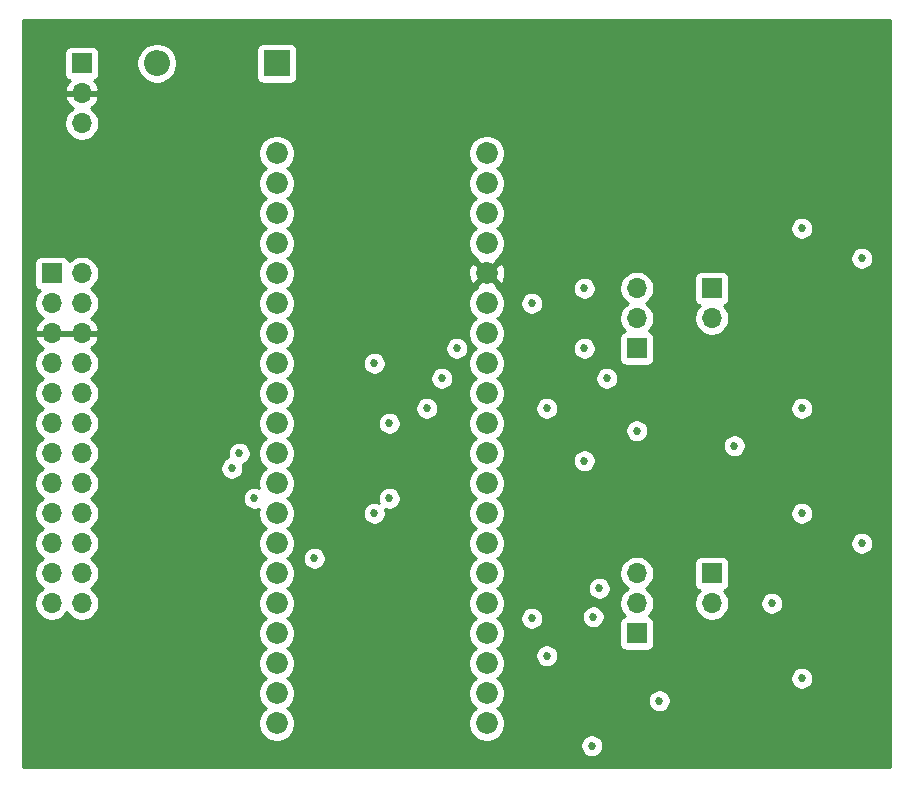
<source format=gbr>
%TF.GenerationSoftware,KiCad,Pcbnew,(5.1.6-0-10_14)*%
%TF.CreationDate,2022-08-31T19:30:09-05:00*%
%TF.ProjectId,pico_controller1,7069636f-5f63-46f6-9e74-726f6c6c6572,V01*%
%TF.SameCoordinates,Original*%
%TF.FileFunction,Copper,L3,Inr*%
%TF.FilePolarity,Positive*%
%FSLAX46Y46*%
G04 Gerber Fmt 4.6, Leading zero omitted, Abs format (unit mm)*
G04 Created by KiCad (PCBNEW (5.1.6-0-10_14)) date 2022-08-31 19:30:09*
%MOMM*%
%LPD*%
G01*
G04 APERTURE LIST*
%TA.AperFunction,ViaPad*%
%ADD10R,2.200000X2.200000*%
%TD*%
%TA.AperFunction,ViaPad*%
%ADD11O,2.200000X2.200000*%
%TD*%
%TA.AperFunction,ViaPad*%
%ADD12R,1.700000X1.700000*%
%TD*%
%TA.AperFunction,ViaPad*%
%ADD13O,1.700000X1.700000*%
%TD*%
%TA.AperFunction,ViaPad*%
%ADD14C,1.850000*%
%TD*%
%TA.AperFunction,ViaPad*%
%ADD15C,0.685800*%
%TD*%
%TA.AperFunction,Conductor*%
%ADD16C,0.254000*%
%TD*%
G04 APERTURE END LIST*
D10*
%TO.N,Net-(D1-Pad1)*%
%TO.C,D1*%
X166370000Y-64770000D03*
D11*
%TO.N,+5V*%
X156210000Y-64770000D03*
%TD*%
D12*
%TO.N,+5V*%
%TO.C,J1*%
X149860000Y-64770000D03*
D13*
%TO.N,+3V3*%
X149860000Y-67310000D03*
%TO.N,GND*%
X149860000Y-69850000D03*
%TD*%
D12*
%TO.N,Net-(J2-Pad1)*%
%TO.C,J2*%
X147320000Y-82550000D03*
D13*
%TO.N,Net-(J2-Pad2)*%
X149860000Y-82550000D03*
%TO.N,+5V*%
X147320000Y-85090000D03*
X149860000Y-85090000D03*
%TO.N,+3V3*%
X147320000Y-87630000D03*
X149860000Y-87630000D03*
%TO.N,GND*%
X147320000Y-90170000D03*
X149860000Y-90170000D03*
%TO.N,/vol_spi_latch*%
X147320000Y-92710000D03*
%TO.N,/vol_spi_data*%
X149860000Y-92710000D03*
%TO.N,/vol_spi_clock*%
X147320000Y-95250000D03*
%TO.N,GND*%
X149860000Y-95250000D03*
%TO.N,/relay_spi_strobe*%
X147320000Y-97790000D03*
%TO.N,/relay_spi_data*%
X149860000Y-97790000D03*
%TO.N,/relay_spi_clock*%
X147320000Y-100330000D03*
%TO.N,GND*%
X149860000Y-100330000D03*
%TO.N,/i2c1_scl*%
X147320000Y-102870000D03*
%TO.N,/i2c1_sda*%
X149860000Y-102870000D03*
%TO.N,/mute_switch*%
X147320000Y-105410000D03*
%TO.N,/operate_switch*%
X149860000Y-105410000D03*
%TO.N,/sel_enc0*%
X147320000Y-107950000D03*
%TO.N,/sel_enc1*%
X149860000Y-107950000D03*
%TO.N,/vol_enc0*%
X147320000Y-110490000D03*
%TO.N,/vol_enc1*%
X149860000Y-110490000D03*
%TD*%
D12*
%TO.N,/vol_pushbutton*%
%TO.C,J3*%
X203200000Y-107950000D03*
D13*
%TO.N,GND*%
X203200000Y-110490000D03*
%TD*%
%TO.N,GND*%
%TO.C,J4*%
X203200000Y-86360000D03*
D12*
%TO.N,/sel_pushbutton*%
X203200000Y-83820000D03*
%TD*%
%TO.N,/vol_enc1*%
%TO.C,J5*%
X196850000Y-113030000D03*
D13*
%TO.N,GND*%
X196850000Y-110490000D03*
%TO.N,/vol_enc0*%
X196850000Y-107950000D03*
%TD*%
%TO.N,/sel_enc0*%
%TO.C,J6*%
X196850000Y-83820000D03*
%TO.N,GND*%
X196850000Y-86360000D03*
D12*
%TO.N,/sel_enc1*%
X196850000Y-88900000D03*
%TD*%
D14*
%TO.N,Net-(U1-Pad1)*%
%TO.C,U1*%
X166370000Y-72390000D03*
%TO.N,Net-(U1-Pad2)*%
X166370000Y-74930000D03*
%TO.N,GND*%
X166370000Y-77470000D03*
%TO.N,/pi_sel_enc0*%
X166370000Y-80010000D03*
%TO.N,/pi_sel_enc1*%
X166370000Y-82550000D03*
%TO.N,/pi_sel_pushbutton*%
X166370000Y-85090000D03*
%TO.N,/pi_vol_enc0*%
X166370000Y-87630000D03*
%TO.N,GND*%
X166370000Y-90170000D03*
%TO.N,/pi_vol_enc1*%
X166370000Y-92710000D03*
%TO.N,/pi_vol_pushbutton*%
X166370000Y-95250000D03*
%TO.N,/operate_switch*%
X166370000Y-97790000D03*
%TO.N,/mute_switch*%
X166370000Y-100330000D03*
%TO.N,GND*%
X166370000Y-102870000D03*
%TO.N,/relay_spi_clock*%
X166370000Y-105410000D03*
%TO.N,/relay_spi_data*%
X166370000Y-107950000D03*
%TO.N,Net-(U1-Pad16)*%
X166370000Y-110490000D03*
%TO.N,/relay_spi_strobe*%
X166370000Y-113030000D03*
%TO.N,GND*%
X166370000Y-115570000D03*
%TO.N,Net-(U1-Pad19)*%
X166370000Y-118110000D03*
%TO.N,Net-(U1-Pad20)*%
X166370000Y-120650000D03*
%TO.N,Net-(U1-Pad21)*%
X184150000Y-120650000D03*
%TO.N,Net-(U1-Pad22)*%
X184150000Y-118110000D03*
%TO.N,GND*%
X184150000Y-115570000D03*
%TO.N,/vol_spi_clock*%
X184150000Y-113030000D03*
%TO.N,/vol_spi_data*%
X184150000Y-110490000D03*
%TO.N,Net-(U1-Pad26)*%
X184150000Y-107950000D03*
%TO.N,/vol_spi_latch*%
X184150000Y-105410000D03*
%TO.N,GND*%
X184150000Y-102870000D03*
%TO.N,Net-(U1-Pad29)*%
X184150000Y-100330000D03*
%TO.N,Net-(U1-Pad30)*%
X184150000Y-97790000D03*
%TO.N,/i2c1_sda*%
X184150000Y-95250000D03*
%TO.N,/i2c1_scl*%
X184150000Y-92710000D03*
%TO.N,GND*%
X184150000Y-90170000D03*
%TO.N,Net-(U1-Pad34)*%
X184150000Y-87630000D03*
%TO.N,Net-(U1-Pad35)*%
X184150000Y-85090000D03*
%TO.N,+3V3*%
X184150000Y-82550000D03*
%TO.N,Net-(U1-Pad37)*%
X184150000Y-80010000D03*
%TO.N,GND*%
X184150000Y-77470000D03*
%TO.N,Net-(D1-Pad1)*%
X184150000Y-74930000D03*
%TO.N,Net-(U1-Pad40)*%
X184150000Y-72390000D03*
%TD*%
D15*
%TO.N,/pi_vol_pushbutton*%
X205105000Y-97155000D03*
X208280000Y-110490000D03*
%TO.N,GND*%
X210820000Y-116840000D03*
X210820000Y-102870000D03*
X215900000Y-105410000D03*
X210820000Y-93980000D03*
X215900000Y-81280000D03*
X210820000Y-78740000D03*
%TO.N,/pi_vol_enc0*%
X192405000Y-88900000D03*
X192405000Y-98425000D03*
%TO.N,/pi_vol_enc1*%
X189230000Y-93980000D03*
X189230000Y-114935000D03*
%TO.N,/pi_sel_enc1*%
X192405000Y-83820000D03*
X194310000Y-91440000D03*
%TO.N,+3V3*%
X191770000Y-76200000D03*
X208280000Y-88900000D03*
X190500000Y-93980000D03*
X190500000Y-102870000D03*
X190500000Y-116840000D03*
X212090000Y-112395000D03*
%TO.N,/vol_spi_latch*%
X181610000Y-88900000D03*
%TO.N,/vol_spi_data*%
X180340000Y-91440000D03*
%TO.N,/vol_spi_clock*%
X179070000Y-93980000D03*
%TO.N,/relay_spi_strobe*%
X162560000Y-99060000D03*
%TO.N,/relay_spi_data*%
X163195000Y-97790000D03*
%TO.N,/relay_spi_clock*%
X164465000Y-101600000D03*
%TO.N,/i2c1_scl*%
X174625000Y-102870000D03*
X174625000Y-90170000D03*
%TO.N,/i2c1_sda*%
X175895000Y-101600000D03*
X175895000Y-95250000D03*
%TO.N,/operate_switch*%
X169545000Y-106680000D03*
%TO.N,/sel_enc0*%
X187960000Y-111760000D03*
X187960000Y-85090000D03*
%TO.N,/sel_enc1*%
X196850000Y-95885000D03*
X193675000Y-109220000D03*
%TO.N,/vol_enc0*%
X193040000Y-122555000D03*
X193156399Y-111643601D03*
%TO.N,/vol_enc1*%
X198755000Y-118745000D03*
%TD*%
D16*
%TO.N,+3V3*%
G36*
X218313000Y-124333000D02*
G01*
X144907000Y-124333000D01*
X144907000Y-122458685D01*
X192062100Y-122458685D01*
X192062100Y-122651315D01*
X192099680Y-122840243D01*
X192173396Y-123018210D01*
X192280415Y-123178375D01*
X192416625Y-123314585D01*
X192576790Y-123421604D01*
X192754757Y-123495320D01*
X192943685Y-123532900D01*
X193136315Y-123532900D01*
X193325243Y-123495320D01*
X193503210Y-123421604D01*
X193663375Y-123314585D01*
X193799585Y-123178375D01*
X193906604Y-123018210D01*
X193980320Y-122840243D01*
X194017900Y-122651315D01*
X194017900Y-122458685D01*
X193980320Y-122269757D01*
X193906604Y-122091790D01*
X193799585Y-121931625D01*
X193663375Y-121795415D01*
X193503210Y-121688396D01*
X193325243Y-121614680D01*
X193136315Y-121577100D01*
X192943685Y-121577100D01*
X192754757Y-121614680D01*
X192576790Y-121688396D01*
X192416625Y-121795415D01*
X192280415Y-121931625D01*
X192173396Y-122091790D01*
X192099680Y-122269757D01*
X192062100Y-122458685D01*
X144907000Y-122458685D01*
X144907000Y-90023740D01*
X145835000Y-90023740D01*
X145835000Y-90316260D01*
X145892068Y-90603158D01*
X146004010Y-90873411D01*
X146166525Y-91116632D01*
X146373368Y-91323475D01*
X146547760Y-91440000D01*
X146373368Y-91556525D01*
X146166525Y-91763368D01*
X146004010Y-92006589D01*
X145892068Y-92276842D01*
X145835000Y-92563740D01*
X145835000Y-92856260D01*
X145892068Y-93143158D01*
X146004010Y-93413411D01*
X146166525Y-93656632D01*
X146373368Y-93863475D01*
X146547760Y-93980000D01*
X146373368Y-94096525D01*
X146166525Y-94303368D01*
X146004010Y-94546589D01*
X145892068Y-94816842D01*
X145835000Y-95103740D01*
X145835000Y-95396260D01*
X145892068Y-95683158D01*
X146004010Y-95953411D01*
X146166525Y-96196632D01*
X146373368Y-96403475D01*
X146547760Y-96520000D01*
X146373368Y-96636525D01*
X146166525Y-96843368D01*
X146004010Y-97086589D01*
X145892068Y-97356842D01*
X145835000Y-97643740D01*
X145835000Y-97936260D01*
X145892068Y-98223158D01*
X146004010Y-98493411D01*
X146166525Y-98736632D01*
X146373368Y-98943475D01*
X146547760Y-99060000D01*
X146373368Y-99176525D01*
X146166525Y-99383368D01*
X146004010Y-99626589D01*
X145892068Y-99896842D01*
X145835000Y-100183740D01*
X145835000Y-100476260D01*
X145892068Y-100763158D01*
X146004010Y-101033411D01*
X146166525Y-101276632D01*
X146373368Y-101483475D01*
X146547760Y-101600000D01*
X146373368Y-101716525D01*
X146166525Y-101923368D01*
X146004010Y-102166589D01*
X145892068Y-102436842D01*
X145835000Y-102723740D01*
X145835000Y-103016260D01*
X145892068Y-103303158D01*
X146004010Y-103573411D01*
X146166525Y-103816632D01*
X146373368Y-104023475D01*
X146547760Y-104140000D01*
X146373368Y-104256525D01*
X146166525Y-104463368D01*
X146004010Y-104706589D01*
X145892068Y-104976842D01*
X145835000Y-105263740D01*
X145835000Y-105556260D01*
X145892068Y-105843158D01*
X146004010Y-106113411D01*
X146166525Y-106356632D01*
X146373368Y-106563475D01*
X146547760Y-106680000D01*
X146373368Y-106796525D01*
X146166525Y-107003368D01*
X146004010Y-107246589D01*
X145892068Y-107516842D01*
X145835000Y-107803740D01*
X145835000Y-108096260D01*
X145892068Y-108383158D01*
X146004010Y-108653411D01*
X146166525Y-108896632D01*
X146373368Y-109103475D01*
X146547760Y-109220000D01*
X146373368Y-109336525D01*
X146166525Y-109543368D01*
X146004010Y-109786589D01*
X145892068Y-110056842D01*
X145835000Y-110343740D01*
X145835000Y-110636260D01*
X145892068Y-110923158D01*
X146004010Y-111193411D01*
X146166525Y-111436632D01*
X146373368Y-111643475D01*
X146616589Y-111805990D01*
X146886842Y-111917932D01*
X147173740Y-111975000D01*
X147466260Y-111975000D01*
X147753158Y-111917932D01*
X148023411Y-111805990D01*
X148266632Y-111643475D01*
X148473475Y-111436632D01*
X148590000Y-111262240D01*
X148706525Y-111436632D01*
X148913368Y-111643475D01*
X149156589Y-111805990D01*
X149426842Y-111917932D01*
X149713740Y-111975000D01*
X150006260Y-111975000D01*
X150293158Y-111917932D01*
X150563411Y-111805990D01*
X150806632Y-111643475D01*
X151013475Y-111436632D01*
X151175990Y-111193411D01*
X151287932Y-110923158D01*
X151345000Y-110636260D01*
X151345000Y-110343740D01*
X151287932Y-110056842D01*
X151175990Y-109786589D01*
X151013475Y-109543368D01*
X150806632Y-109336525D01*
X150632240Y-109220000D01*
X150806632Y-109103475D01*
X151013475Y-108896632D01*
X151175990Y-108653411D01*
X151287932Y-108383158D01*
X151345000Y-108096260D01*
X151345000Y-107803740D01*
X151287932Y-107516842D01*
X151175990Y-107246589D01*
X151013475Y-107003368D01*
X150806632Y-106796525D01*
X150632240Y-106680000D01*
X150806632Y-106563475D01*
X151013475Y-106356632D01*
X151175990Y-106113411D01*
X151287932Y-105843158D01*
X151345000Y-105556260D01*
X151345000Y-105263740D01*
X151287932Y-104976842D01*
X151175990Y-104706589D01*
X151013475Y-104463368D01*
X150806632Y-104256525D01*
X150632240Y-104140000D01*
X150806632Y-104023475D01*
X151013475Y-103816632D01*
X151175990Y-103573411D01*
X151287932Y-103303158D01*
X151345000Y-103016260D01*
X151345000Y-102723740D01*
X151287932Y-102436842D01*
X151175990Y-102166589D01*
X151013475Y-101923368D01*
X150806632Y-101716525D01*
X150632240Y-101600000D01*
X150776385Y-101503685D01*
X163487100Y-101503685D01*
X163487100Y-101696315D01*
X163524680Y-101885243D01*
X163598396Y-102063210D01*
X163705415Y-102223375D01*
X163841625Y-102359585D01*
X164001790Y-102466604D01*
X164179757Y-102540320D01*
X164368685Y-102577900D01*
X164561315Y-102577900D01*
X164750243Y-102540320D01*
X164853525Y-102497539D01*
X164810000Y-102716353D01*
X164810000Y-103023647D01*
X164869950Y-103325035D01*
X164987546Y-103608937D01*
X165158269Y-103864442D01*
X165375558Y-104081731D01*
X165462764Y-104140000D01*
X165375558Y-104198269D01*
X165158269Y-104415558D01*
X164987546Y-104671063D01*
X164869950Y-104954965D01*
X164810000Y-105256353D01*
X164810000Y-105563647D01*
X164869950Y-105865035D01*
X164987546Y-106148937D01*
X165158269Y-106404442D01*
X165375558Y-106621731D01*
X165462764Y-106680000D01*
X165375558Y-106738269D01*
X165158269Y-106955558D01*
X164987546Y-107211063D01*
X164869950Y-107494965D01*
X164810000Y-107796353D01*
X164810000Y-108103647D01*
X164869950Y-108405035D01*
X164987546Y-108688937D01*
X165158269Y-108944442D01*
X165375558Y-109161731D01*
X165462764Y-109220000D01*
X165375558Y-109278269D01*
X165158269Y-109495558D01*
X164987546Y-109751063D01*
X164869950Y-110034965D01*
X164810000Y-110336353D01*
X164810000Y-110643647D01*
X164869950Y-110945035D01*
X164987546Y-111228937D01*
X165158269Y-111484442D01*
X165375558Y-111701731D01*
X165462764Y-111760000D01*
X165375558Y-111818269D01*
X165158269Y-112035558D01*
X164987546Y-112291063D01*
X164869950Y-112574965D01*
X164810000Y-112876353D01*
X164810000Y-113183647D01*
X164869950Y-113485035D01*
X164987546Y-113768937D01*
X165158269Y-114024442D01*
X165375558Y-114241731D01*
X165462764Y-114300000D01*
X165375558Y-114358269D01*
X165158269Y-114575558D01*
X164987546Y-114831063D01*
X164869950Y-115114965D01*
X164810000Y-115416353D01*
X164810000Y-115723647D01*
X164869950Y-116025035D01*
X164987546Y-116308937D01*
X165158269Y-116564442D01*
X165375558Y-116781731D01*
X165462764Y-116840000D01*
X165375558Y-116898269D01*
X165158269Y-117115558D01*
X164987546Y-117371063D01*
X164869950Y-117654965D01*
X164810000Y-117956353D01*
X164810000Y-118263647D01*
X164869950Y-118565035D01*
X164987546Y-118848937D01*
X165158269Y-119104442D01*
X165375558Y-119321731D01*
X165462764Y-119380000D01*
X165375558Y-119438269D01*
X165158269Y-119655558D01*
X164987546Y-119911063D01*
X164869950Y-120194965D01*
X164810000Y-120496353D01*
X164810000Y-120803647D01*
X164869950Y-121105035D01*
X164987546Y-121388937D01*
X165158269Y-121644442D01*
X165375558Y-121861731D01*
X165631063Y-122032454D01*
X165914965Y-122150050D01*
X166216353Y-122210000D01*
X166523647Y-122210000D01*
X166825035Y-122150050D01*
X167108937Y-122032454D01*
X167364442Y-121861731D01*
X167581731Y-121644442D01*
X167752454Y-121388937D01*
X167870050Y-121105035D01*
X167930000Y-120803647D01*
X167930000Y-120496353D01*
X167870050Y-120194965D01*
X167752454Y-119911063D01*
X167581731Y-119655558D01*
X167364442Y-119438269D01*
X167277236Y-119380000D01*
X167364442Y-119321731D01*
X167581731Y-119104442D01*
X167752454Y-118848937D01*
X167870050Y-118565035D01*
X167930000Y-118263647D01*
X167930000Y-117956353D01*
X167870050Y-117654965D01*
X167752454Y-117371063D01*
X167581731Y-117115558D01*
X167364442Y-116898269D01*
X167277236Y-116840000D01*
X167364442Y-116781731D01*
X167581731Y-116564442D01*
X167752454Y-116308937D01*
X167870050Y-116025035D01*
X167930000Y-115723647D01*
X167930000Y-115416353D01*
X167870050Y-115114965D01*
X167752454Y-114831063D01*
X167581731Y-114575558D01*
X167364442Y-114358269D01*
X167277236Y-114300000D01*
X167364442Y-114241731D01*
X167581731Y-114024442D01*
X167752454Y-113768937D01*
X167870050Y-113485035D01*
X167930000Y-113183647D01*
X167930000Y-112876353D01*
X167870050Y-112574965D01*
X167752454Y-112291063D01*
X167581731Y-112035558D01*
X167364442Y-111818269D01*
X167277236Y-111760000D01*
X167364442Y-111701731D01*
X167581731Y-111484442D01*
X167752454Y-111228937D01*
X167870050Y-110945035D01*
X167930000Y-110643647D01*
X167930000Y-110336353D01*
X167870050Y-110034965D01*
X167752454Y-109751063D01*
X167581731Y-109495558D01*
X167364442Y-109278269D01*
X167277236Y-109220000D01*
X167364442Y-109161731D01*
X167581731Y-108944442D01*
X167752454Y-108688937D01*
X167870050Y-108405035D01*
X167930000Y-108103647D01*
X167930000Y-107796353D01*
X167870050Y-107494965D01*
X167752454Y-107211063D01*
X167581731Y-106955558D01*
X167364442Y-106738269D01*
X167277236Y-106680000D01*
X167364442Y-106621731D01*
X167402488Y-106583685D01*
X168567100Y-106583685D01*
X168567100Y-106776315D01*
X168604680Y-106965243D01*
X168678396Y-107143210D01*
X168785415Y-107303375D01*
X168921625Y-107439585D01*
X169081790Y-107546604D01*
X169259757Y-107620320D01*
X169448685Y-107657900D01*
X169641315Y-107657900D01*
X169830243Y-107620320D01*
X170008210Y-107546604D01*
X170168375Y-107439585D01*
X170304585Y-107303375D01*
X170411604Y-107143210D01*
X170485320Y-106965243D01*
X170522900Y-106776315D01*
X170522900Y-106583685D01*
X170485320Y-106394757D01*
X170411604Y-106216790D01*
X170304585Y-106056625D01*
X170168375Y-105920415D01*
X170008210Y-105813396D01*
X169830243Y-105739680D01*
X169641315Y-105702100D01*
X169448685Y-105702100D01*
X169259757Y-105739680D01*
X169081790Y-105813396D01*
X168921625Y-105920415D01*
X168785415Y-106056625D01*
X168678396Y-106216790D01*
X168604680Y-106394757D01*
X168567100Y-106583685D01*
X167402488Y-106583685D01*
X167581731Y-106404442D01*
X167752454Y-106148937D01*
X167870050Y-105865035D01*
X167930000Y-105563647D01*
X167930000Y-105256353D01*
X167870050Y-104954965D01*
X167752454Y-104671063D01*
X167581731Y-104415558D01*
X167364442Y-104198269D01*
X167277236Y-104140000D01*
X167364442Y-104081731D01*
X167581731Y-103864442D01*
X167752454Y-103608937D01*
X167870050Y-103325035D01*
X167930000Y-103023647D01*
X167930000Y-102773685D01*
X173647100Y-102773685D01*
X173647100Y-102966315D01*
X173684680Y-103155243D01*
X173758396Y-103333210D01*
X173865415Y-103493375D01*
X174001625Y-103629585D01*
X174161790Y-103736604D01*
X174339757Y-103810320D01*
X174528685Y-103847900D01*
X174721315Y-103847900D01*
X174910243Y-103810320D01*
X175088210Y-103736604D01*
X175248375Y-103629585D01*
X175384585Y-103493375D01*
X175491604Y-103333210D01*
X175565320Y-103155243D01*
X175602900Y-102966315D01*
X175602900Y-102773685D01*
X175565320Y-102584757D01*
X175533899Y-102508899D01*
X175609757Y-102540320D01*
X175798685Y-102577900D01*
X175991315Y-102577900D01*
X176180243Y-102540320D01*
X176358210Y-102466604D01*
X176518375Y-102359585D01*
X176654585Y-102223375D01*
X176761604Y-102063210D01*
X176835320Y-101885243D01*
X176872900Y-101696315D01*
X176872900Y-101503685D01*
X176835320Y-101314757D01*
X176761604Y-101136790D01*
X176654585Y-100976625D01*
X176518375Y-100840415D01*
X176358210Y-100733396D01*
X176180243Y-100659680D01*
X175991315Y-100622100D01*
X175798685Y-100622100D01*
X175609757Y-100659680D01*
X175431790Y-100733396D01*
X175271625Y-100840415D01*
X175135415Y-100976625D01*
X175028396Y-101136790D01*
X174954680Y-101314757D01*
X174917100Y-101503685D01*
X174917100Y-101696315D01*
X174954680Y-101885243D01*
X174986101Y-101961101D01*
X174910243Y-101929680D01*
X174721315Y-101892100D01*
X174528685Y-101892100D01*
X174339757Y-101929680D01*
X174161790Y-102003396D01*
X174001625Y-102110415D01*
X173865415Y-102246625D01*
X173758396Y-102406790D01*
X173684680Y-102584757D01*
X173647100Y-102773685D01*
X167930000Y-102773685D01*
X167930000Y-102716353D01*
X167870050Y-102414965D01*
X167752454Y-102131063D01*
X167581731Y-101875558D01*
X167364442Y-101658269D01*
X167277236Y-101600000D01*
X167364442Y-101541731D01*
X167581731Y-101324442D01*
X167752454Y-101068937D01*
X167870050Y-100785035D01*
X167930000Y-100483647D01*
X167930000Y-100176353D01*
X167870050Y-99874965D01*
X167752454Y-99591063D01*
X167581731Y-99335558D01*
X167364442Y-99118269D01*
X167277236Y-99060000D01*
X167364442Y-99001731D01*
X167581731Y-98784442D01*
X167752454Y-98528937D01*
X167870050Y-98245035D01*
X167930000Y-97943647D01*
X167930000Y-97636353D01*
X167870050Y-97334965D01*
X167752454Y-97051063D01*
X167581731Y-96795558D01*
X167364442Y-96578269D01*
X167277236Y-96520000D01*
X167364442Y-96461731D01*
X167581731Y-96244442D01*
X167752454Y-95988937D01*
X167870050Y-95705035D01*
X167930000Y-95403647D01*
X167930000Y-95153685D01*
X174917100Y-95153685D01*
X174917100Y-95346315D01*
X174954680Y-95535243D01*
X175028396Y-95713210D01*
X175135415Y-95873375D01*
X175271625Y-96009585D01*
X175431790Y-96116604D01*
X175609757Y-96190320D01*
X175798685Y-96227900D01*
X175991315Y-96227900D01*
X176180243Y-96190320D01*
X176358210Y-96116604D01*
X176518375Y-96009585D01*
X176654585Y-95873375D01*
X176761604Y-95713210D01*
X176835320Y-95535243D01*
X176872900Y-95346315D01*
X176872900Y-95153685D01*
X176835320Y-94964757D01*
X176761604Y-94786790D01*
X176654585Y-94626625D01*
X176518375Y-94490415D01*
X176358210Y-94383396D01*
X176180243Y-94309680D01*
X175991315Y-94272100D01*
X175798685Y-94272100D01*
X175609757Y-94309680D01*
X175431790Y-94383396D01*
X175271625Y-94490415D01*
X175135415Y-94626625D01*
X175028396Y-94786790D01*
X174954680Y-94964757D01*
X174917100Y-95153685D01*
X167930000Y-95153685D01*
X167930000Y-95096353D01*
X167870050Y-94794965D01*
X167752454Y-94511063D01*
X167581731Y-94255558D01*
X167364442Y-94038269D01*
X167277236Y-93980000D01*
X167364442Y-93921731D01*
X167402488Y-93883685D01*
X178092100Y-93883685D01*
X178092100Y-94076315D01*
X178129680Y-94265243D01*
X178203396Y-94443210D01*
X178310415Y-94603375D01*
X178446625Y-94739585D01*
X178606790Y-94846604D01*
X178784757Y-94920320D01*
X178973685Y-94957900D01*
X179166315Y-94957900D01*
X179355243Y-94920320D01*
X179533210Y-94846604D01*
X179693375Y-94739585D01*
X179829585Y-94603375D01*
X179936604Y-94443210D01*
X180010320Y-94265243D01*
X180047900Y-94076315D01*
X180047900Y-93883685D01*
X180010320Y-93694757D01*
X179936604Y-93516790D01*
X179829585Y-93356625D01*
X179693375Y-93220415D01*
X179533210Y-93113396D01*
X179355243Y-93039680D01*
X179166315Y-93002100D01*
X178973685Y-93002100D01*
X178784757Y-93039680D01*
X178606790Y-93113396D01*
X178446625Y-93220415D01*
X178310415Y-93356625D01*
X178203396Y-93516790D01*
X178129680Y-93694757D01*
X178092100Y-93883685D01*
X167402488Y-93883685D01*
X167581731Y-93704442D01*
X167752454Y-93448937D01*
X167870050Y-93165035D01*
X167930000Y-92863647D01*
X167930000Y-92556353D01*
X167870050Y-92254965D01*
X167752454Y-91971063D01*
X167581731Y-91715558D01*
X167364442Y-91498269D01*
X167277236Y-91440000D01*
X167364442Y-91381731D01*
X167402488Y-91343685D01*
X179362100Y-91343685D01*
X179362100Y-91536315D01*
X179399680Y-91725243D01*
X179473396Y-91903210D01*
X179580415Y-92063375D01*
X179716625Y-92199585D01*
X179876790Y-92306604D01*
X180054757Y-92380320D01*
X180243685Y-92417900D01*
X180436315Y-92417900D01*
X180625243Y-92380320D01*
X180803210Y-92306604D01*
X180963375Y-92199585D01*
X181099585Y-92063375D01*
X181206604Y-91903210D01*
X181280320Y-91725243D01*
X181317900Y-91536315D01*
X181317900Y-91343685D01*
X181280320Y-91154757D01*
X181206604Y-90976790D01*
X181099585Y-90816625D01*
X180963375Y-90680415D01*
X180803210Y-90573396D01*
X180625243Y-90499680D01*
X180436315Y-90462100D01*
X180243685Y-90462100D01*
X180054757Y-90499680D01*
X179876790Y-90573396D01*
X179716625Y-90680415D01*
X179580415Y-90816625D01*
X179473396Y-90976790D01*
X179399680Y-91154757D01*
X179362100Y-91343685D01*
X167402488Y-91343685D01*
X167581731Y-91164442D01*
X167752454Y-90908937D01*
X167870050Y-90625035D01*
X167930000Y-90323647D01*
X167930000Y-90073685D01*
X173647100Y-90073685D01*
X173647100Y-90266315D01*
X173684680Y-90455243D01*
X173758396Y-90633210D01*
X173865415Y-90793375D01*
X174001625Y-90929585D01*
X174161790Y-91036604D01*
X174339757Y-91110320D01*
X174528685Y-91147900D01*
X174721315Y-91147900D01*
X174910243Y-91110320D01*
X175088210Y-91036604D01*
X175248375Y-90929585D01*
X175384585Y-90793375D01*
X175491604Y-90633210D01*
X175565320Y-90455243D01*
X175602900Y-90266315D01*
X175602900Y-90073685D01*
X175565320Y-89884757D01*
X175491604Y-89706790D01*
X175384585Y-89546625D01*
X175248375Y-89410415D01*
X175088210Y-89303396D01*
X174910243Y-89229680D01*
X174721315Y-89192100D01*
X174528685Y-89192100D01*
X174339757Y-89229680D01*
X174161790Y-89303396D01*
X174001625Y-89410415D01*
X173865415Y-89546625D01*
X173758396Y-89706790D01*
X173684680Y-89884757D01*
X173647100Y-90073685D01*
X167930000Y-90073685D01*
X167930000Y-90016353D01*
X167870050Y-89714965D01*
X167752454Y-89431063D01*
X167581731Y-89175558D01*
X167364442Y-88958269D01*
X167277236Y-88900000D01*
X167364442Y-88841731D01*
X167402488Y-88803685D01*
X180632100Y-88803685D01*
X180632100Y-88996315D01*
X180669680Y-89185243D01*
X180743396Y-89363210D01*
X180850415Y-89523375D01*
X180986625Y-89659585D01*
X181146790Y-89766604D01*
X181324757Y-89840320D01*
X181513685Y-89877900D01*
X181706315Y-89877900D01*
X181895243Y-89840320D01*
X182073210Y-89766604D01*
X182233375Y-89659585D01*
X182369585Y-89523375D01*
X182476604Y-89363210D01*
X182550320Y-89185243D01*
X182587900Y-88996315D01*
X182587900Y-88803685D01*
X182550320Y-88614757D01*
X182476604Y-88436790D01*
X182369585Y-88276625D01*
X182233375Y-88140415D01*
X182073210Y-88033396D01*
X181895243Y-87959680D01*
X181706315Y-87922100D01*
X181513685Y-87922100D01*
X181324757Y-87959680D01*
X181146790Y-88033396D01*
X180986625Y-88140415D01*
X180850415Y-88276625D01*
X180743396Y-88436790D01*
X180669680Y-88614757D01*
X180632100Y-88803685D01*
X167402488Y-88803685D01*
X167581731Y-88624442D01*
X167752454Y-88368937D01*
X167870050Y-88085035D01*
X167930000Y-87783647D01*
X167930000Y-87476353D01*
X167870050Y-87174965D01*
X167752454Y-86891063D01*
X167581731Y-86635558D01*
X167364442Y-86418269D01*
X167277236Y-86360000D01*
X167364442Y-86301731D01*
X167581731Y-86084442D01*
X167752454Y-85828937D01*
X167870050Y-85545035D01*
X167930000Y-85243647D01*
X167930000Y-84936353D01*
X182590000Y-84936353D01*
X182590000Y-85243647D01*
X182649950Y-85545035D01*
X182767546Y-85828937D01*
X182938269Y-86084442D01*
X183155558Y-86301731D01*
X183242764Y-86360000D01*
X183155558Y-86418269D01*
X182938269Y-86635558D01*
X182767546Y-86891063D01*
X182649950Y-87174965D01*
X182590000Y-87476353D01*
X182590000Y-87783647D01*
X182649950Y-88085035D01*
X182767546Y-88368937D01*
X182938269Y-88624442D01*
X183155558Y-88841731D01*
X183242764Y-88900000D01*
X183155558Y-88958269D01*
X182938269Y-89175558D01*
X182767546Y-89431063D01*
X182649950Y-89714965D01*
X182590000Y-90016353D01*
X182590000Y-90323647D01*
X182649950Y-90625035D01*
X182767546Y-90908937D01*
X182938269Y-91164442D01*
X183155558Y-91381731D01*
X183242764Y-91440000D01*
X183155558Y-91498269D01*
X182938269Y-91715558D01*
X182767546Y-91971063D01*
X182649950Y-92254965D01*
X182590000Y-92556353D01*
X182590000Y-92863647D01*
X182649950Y-93165035D01*
X182767546Y-93448937D01*
X182938269Y-93704442D01*
X183155558Y-93921731D01*
X183242764Y-93980000D01*
X183155558Y-94038269D01*
X182938269Y-94255558D01*
X182767546Y-94511063D01*
X182649950Y-94794965D01*
X182590000Y-95096353D01*
X182590000Y-95403647D01*
X182649950Y-95705035D01*
X182767546Y-95988937D01*
X182938269Y-96244442D01*
X183155558Y-96461731D01*
X183242764Y-96520000D01*
X183155558Y-96578269D01*
X182938269Y-96795558D01*
X182767546Y-97051063D01*
X182649950Y-97334965D01*
X182590000Y-97636353D01*
X182590000Y-97943647D01*
X182649950Y-98245035D01*
X182767546Y-98528937D01*
X182938269Y-98784442D01*
X183155558Y-99001731D01*
X183242764Y-99060000D01*
X183155558Y-99118269D01*
X182938269Y-99335558D01*
X182767546Y-99591063D01*
X182649950Y-99874965D01*
X182590000Y-100176353D01*
X182590000Y-100483647D01*
X182649950Y-100785035D01*
X182767546Y-101068937D01*
X182938269Y-101324442D01*
X183155558Y-101541731D01*
X183242764Y-101600000D01*
X183155558Y-101658269D01*
X182938269Y-101875558D01*
X182767546Y-102131063D01*
X182649950Y-102414965D01*
X182590000Y-102716353D01*
X182590000Y-103023647D01*
X182649950Y-103325035D01*
X182767546Y-103608937D01*
X182938269Y-103864442D01*
X183155558Y-104081731D01*
X183242764Y-104140000D01*
X183155558Y-104198269D01*
X182938269Y-104415558D01*
X182767546Y-104671063D01*
X182649950Y-104954965D01*
X182590000Y-105256353D01*
X182590000Y-105563647D01*
X182649950Y-105865035D01*
X182767546Y-106148937D01*
X182938269Y-106404442D01*
X183155558Y-106621731D01*
X183242764Y-106680000D01*
X183155558Y-106738269D01*
X182938269Y-106955558D01*
X182767546Y-107211063D01*
X182649950Y-107494965D01*
X182590000Y-107796353D01*
X182590000Y-108103647D01*
X182649950Y-108405035D01*
X182767546Y-108688937D01*
X182938269Y-108944442D01*
X183155558Y-109161731D01*
X183242764Y-109220000D01*
X183155558Y-109278269D01*
X182938269Y-109495558D01*
X182767546Y-109751063D01*
X182649950Y-110034965D01*
X182590000Y-110336353D01*
X182590000Y-110643647D01*
X182649950Y-110945035D01*
X182767546Y-111228937D01*
X182938269Y-111484442D01*
X183155558Y-111701731D01*
X183242764Y-111760000D01*
X183155558Y-111818269D01*
X182938269Y-112035558D01*
X182767546Y-112291063D01*
X182649950Y-112574965D01*
X182590000Y-112876353D01*
X182590000Y-113183647D01*
X182649950Y-113485035D01*
X182767546Y-113768937D01*
X182938269Y-114024442D01*
X183155558Y-114241731D01*
X183242764Y-114300000D01*
X183155558Y-114358269D01*
X182938269Y-114575558D01*
X182767546Y-114831063D01*
X182649950Y-115114965D01*
X182590000Y-115416353D01*
X182590000Y-115723647D01*
X182649950Y-116025035D01*
X182767546Y-116308937D01*
X182938269Y-116564442D01*
X183155558Y-116781731D01*
X183242764Y-116840000D01*
X183155558Y-116898269D01*
X182938269Y-117115558D01*
X182767546Y-117371063D01*
X182649950Y-117654965D01*
X182590000Y-117956353D01*
X182590000Y-118263647D01*
X182649950Y-118565035D01*
X182767546Y-118848937D01*
X182938269Y-119104442D01*
X183155558Y-119321731D01*
X183242764Y-119380000D01*
X183155558Y-119438269D01*
X182938269Y-119655558D01*
X182767546Y-119911063D01*
X182649950Y-120194965D01*
X182590000Y-120496353D01*
X182590000Y-120803647D01*
X182649950Y-121105035D01*
X182767546Y-121388937D01*
X182938269Y-121644442D01*
X183155558Y-121861731D01*
X183411063Y-122032454D01*
X183694965Y-122150050D01*
X183996353Y-122210000D01*
X184303647Y-122210000D01*
X184605035Y-122150050D01*
X184888937Y-122032454D01*
X185144442Y-121861731D01*
X185361731Y-121644442D01*
X185532454Y-121388937D01*
X185650050Y-121105035D01*
X185710000Y-120803647D01*
X185710000Y-120496353D01*
X185650050Y-120194965D01*
X185532454Y-119911063D01*
X185361731Y-119655558D01*
X185144442Y-119438269D01*
X185057236Y-119380000D01*
X185144442Y-119321731D01*
X185361731Y-119104442D01*
X185532454Y-118848937D01*
X185615401Y-118648685D01*
X197777100Y-118648685D01*
X197777100Y-118841315D01*
X197814680Y-119030243D01*
X197888396Y-119208210D01*
X197995415Y-119368375D01*
X198131625Y-119504585D01*
X198291790Y-119611604D01*
X198469757Y-119685320D01*
X198658685Y-119722900D01*
X198851315Y-119722900D01*
X199040243Y-119685320D01*
X199218210Y-119611604D01*
X199378375Y-119504585D01*
X199514585Y-119368375D01*
X199621604Y-119208210D01*
X199695320Y-119030243D01*
X199732900Y-118841315D01*
X199732900Y-118648685D01*
X199695320Y-118459757D01*
X199621604Y-118281790D01*
X199514585Y-118121625D01*
X199378375Y-117985415D01*
X199218210Y-117878396D01*
X199040243Y-117804680D01*
X198851315Y-117767100D01*
X198658685Y-117767100D01*
X198469757Y-117804680D01*
X198291790Y-117878396D01*
X198131625Y-117985415D01*
X197995415Y-118121625D01*
X197888396Y-118281790D01*
X197814680Y-118459757D01*
X197777100Y-118648685D01*
X185615401Y-118648685D01*
X185650050Y-118565035D01*
X185710000Y-118263647D01*
X185710000Y-117956353D01*
X185650050Y-117654965D01*
X185532454Y-117371063D01*
X185361731Y-117115558D01*
X185144442Y-116898269D01*
X185057236Y-116840000D01*
X185144442Y-116781731D01*
X185182488Y-116743685D01*
X209842100Y-116743685D01*
X209842100Y-116936315D01*
X209879680Y-117125243D01*
X209953396Y-117303210D01*
X210060415Y-117463375D01*
X210196625Y-117599585D01*
X210356790Y-117706604D01*
X210534757Y-117780320D01*
X210723685Y-117817900D01*
X210916315Y-117817900D01*
X211105243Y-117780320D01*
X211283210Y-117706604D01*
X211443375Y-117599585D01*
X211579585Y-117463375D01*
X211686604Y-117303210D01*
X211760320Y-117125243D01*
X211797900Y-116936315D01*
X211797900Y-116743685D01*
X211760320Y-116554757D01*
X211686604Y-116376790D01*
X211579585Y-116216625D01*
X211443375Y-116080415D01*
X211283210Y-115973396D01*
X211105243Y-115899680D01*
X210916315Y-115862100D01*
X210723685Y-115862100D01*
X210534757Y-115899680D01*
X210356790Y-115973396D01*
X210196625Y-116080415D01*
X210060415Y-116216625D01*
X209953396Y-116376790D01*
X209879680Y-116554757D01*
X209842100Y-116743685D01*
X185182488Y-116743685D01*
X185361731Y-116564442D01*
X185532454Y-116308937D01*
X185650050Y-116025035D01*
X185710000Y-115723647D01*
X185710000Y-115416353D01*
X185650050Y-115114965D01*
X185535612Y-114838685D01*
X188252100Y-114838685D01*
X188252100Y-115031315D01*
X188289680Y-115220243D01*
X188363396Y-115398210D01*
X188470415Y-115558375D01*
X188606625Y-115694585D01*
X188766790Y-115801604D01*
X188944757Y-115875320D01*
X189133685Y-115912900D01*
X189326315Y-115912900D01*
X189515243Y-115875320D01*
X189693210Y-115801604D01*
X189853375Y-115694585D01*
X189989585Y-115558375D01*
X190096604Y-115398210D01*
X190170320Y-115220243D01*
X190207900Y-115031315D01*
X190207900Y-114838685D01*
X190170320Y-114649757D01*
X190096604Y-114471790D01*
X189989585Y-114311625D01*
X189853375Y-114175415D01*
X189693210Y-114068396D01*
X189515243Y-113994680D01*
X189326315Y-113957100D01*
X189133685Y-113957100D01*
X188944757Y-113994680D01*
X188766790Y-114068396D01*
X188606625Y-114175415D01*
X188470415Y-114311625D01*
X188363396Y-114471790D01*
X188289680Y-114649757D01*
X188252100Y-114838685D01*
X185535612Y-114838685D01*
X185532454Y-114831063D01*
X185361731Y-114575558D01*
X185144442Y-114358269D01*
X185057236Y-114300000D01*
X185144442Y-114241731D01*
X185361731Y-114024442D01*
X185532454Y-113768937D01*
X185650050Y-113485035D01*
X185710000Y-113183647D01*
X185710000Y-112876353D01*
X185650050Y-112574965D01*
X185532454Y-112291063D01*
X185361731Y-112035558D01*
X185144442Y-111818269D01*
X185057236Y-111760000D01*
X185144442Y-111701731D01*
X185182488Y-111663685D01*
X186982100Y-111663685D01*
X186982100Y-111856315D01*
X187019680Y-112045243D01*
X187093396Y-112223210D01*
X187200415Y-112383375D01*
X187336625Y-112519585D01*
X187496790Y-112626604D01*
X187674757Y-112700320D01*
X187863685Y-112737900D01*
X188056315Y-112737900D01*
X188245243Y-112700320D01*
X188423210Y-112626604D01*
X188583375Y-112519585D01*
X188719585Y-112383375D01*
X188826604Y-112223210D01*
X188900320Y-112045243D01*
X188937900Y-111856315D01*
X188937900Y-111663685D01*
X188914747Y-111547286D01*
X192178499Y-111547286D01*
X192178499Y-111739916D01*
X192216079Y-111928844D01*
X192289795Y-112106811D01*
X192396814Y-112266976D01*
X192533024Y-112403186D01*
X192693189Y-112510205D01*
X192871156Y-112583921D01*
X193060084Y-112621501D01*
X193252714Y-112621501D01*
X193441642Y-112583921D01*
X193619609Y-112510205D01*
X193779774Y-112403186D01*
X193915984Y-112266976D01*
X193974099Y-112180000D01*
X195361928Y-112180000D01*
X195361928Y-113880000D01*
X195374188Y-114004482D01*
X195410498Y-114124180D01*
X195469463Y-114234494D01*
X195548815Y-114331185D01*
X195645506Y-114410537D01*
X195755820Y-114469502D01*
X195875518Y-114505812D01*
X196000000Y-114518072D01*
X197700000Y-114518072D01*
X197824482Y-114505812D01*
X197944180Y-114469502D01*
X198054494Y-114410537D01*
X198151185Y-114331185D01*
X198230537Y-114234494D01*
X198289502Y-114124180D01*
X198325812Y-114004482D01*
X198338072Y-113880000D01*
X198338072Y-112180000D01*
X198325812Y-112055518D01*
X198289502Y-111935820D01*
X198230537Y-111825506D01*
X198151185Y-111728815D01*
X198054494Y-111649463D01*
X197944180Y-111590498D01*
X197871620Y-111568487D01*
X198003475Y-111436632D01*
X198165990Y-111193411D01*
X198277932Y-110923158D01*
X198335000Y-110636260D01*
X198335000Y-110343740D01*
X198277932Y-110056842D01*
X198165990Y-109786589D01*
X198003475Y-109543368D01*
X197796632Y-109336525D01*
X197622240Y-109220000D01*
X197796632Y-109103475D01*
X198003475Y-108896632D01*
X198165990Y-108653411D01*
X198277932Y-108383158D01*
X198335000Y-108096260D01*
X198335000Y-107803740D01*
X198277932Y-107516842D01*
X198165990Y-107246589D01*
X198068043Y-107100000D01*
X201711928Y-107100000D01*
X201711928Y-108800000D01*
X201724188Y-108924482D01*
X201760498Y-109044180D01*
X201819463Y-109154494D01*
X201898815Y-109251185D01*
X201995506Y-109330537D01*
X202105820Y-109389502D01*
X202178380Y-109411513D01*
X202046525Y-109543368D01*
X201884010Y-109786589D01*
X201772068Y-110056842D01*
X201715000Y-110343740D01*
X201715000Y-110636260D01*
X201772068Y-110923158D01*
X201884010Y-111193411D01*
X202046525Y-111436632D01*
X202253368Y-111643475D01*
X202496589Y-111805990D01*
X202766842Y-111917932D01*
X203053740Y-111975000D01*
X203346260Y-111975000D01*
X203633158Y-111917932D01*
X203903411Y-111805990D01*
X204146632Y-111643475D01*
X204353475Y-111436632D01*
X204515990Y-111193411D01*
X204627932Y-110923158D01*
X204685000Y-110636260D01*
X204685000Y-110393685D01*
X207302100Y-110393685D01*
X207302100Y-110586315D01*
X207339680Y-110775243D01*
X207413396Y-110953210D01*
X207520415Y-111113375D01*
X207656625Y-111249585D01*
X207816790Y-111356604D01*
X207994757Y-111430320D01*
X208183685Y-111467900D01*
X208376315Y-111467900D01*
X208565243Y-111430320D01*
X208743210Y-111356604D01*
X208903375Y-111249585D01*
X209039585Y-111113375D01*
X209146604Y-110953210D01*
X209220320Y-110775243D01*
X209257900Y-110586315D01*
X209257900Y-110393685D01*
X209220320Y-110204757D01*
X209146604Y-110026790D01*
X209039585Y-109866625D01*
X208903375Y-109730415D01*
X208743210Y-109623396D01*
X208565243Y-109549680D01*
X208376315Y-109512100D01*
X208183685Y-109512100D01*
X207994757Y-109549680D01*
X207816790Y-109623396D01*
X207656625Y-109730415D01*
X207520415Y-109866625D01*
X207413396Y-110026790D01*
X207339680Y-110204757D01*
X207302100Y-110393685D01*
X204685000Y-110393685D01*
X204685000Y-110343740D01*
X204627932Y-110056842D01*
X204515990Y-109786589D01*
X204353475Y-109543368D01*
X204221620Y-109411513D01*
X204294180Y-109389502D01*
X204404494Y-109330537D01*
X204501185Y-109251185D01*
X204580537Y-109154494D01*
X204639502Y-109044180D01*
X204675812Y-108924482D01*
X204688072Y-108800000D01*
X204688072Y-107100000D01*
X204675812Y-106975518D01*
X204639502Y-106855820D01*
X204580537Y-106745506D01*
X204501185Y-106648815D01*
X204404494Y-106569463D01*
X204294180Y-106510498D01*
X204174482Y-106474188D01*
X204050000Y-106461928D01*
X202350000Y-106461928D01*
X202225518Y-106474188D01*
X202105820Y-106510498D01*
X201995506Y-106569463D01*
X201898815Y-106648815D01*
X201819463Y-106745506D01*
X201760498Y-106855820D01*
X201724188Y-106975518D01*
X201711928Y-107100000D01*
X198068043Y-107100000D01*
X198003475Y-107003368D01*
X197796632Y-106796525D01*
X197553411Y-106634010D01*
X197283158Y-106522068D01*
X196996260Y-106465000D01*
X196703740Y-106465000D01*
X196416842Y-106522068D01*
X196146589Y-106634010D01*
X195903368Y-106796525D01*
X195696525Y-107003368D01*
X195534010Y-107246589D01*
X195422068Y-107516842D01*
X195365000Y-107803740D01*
X195365000Y-108096260D01*
X195422068Y-108383158D01*
X195534010Y-108653411D01*
X195696525Y-108896632D01*
X195903368Y-109103475D01*
X196077760Y-109220000D01*
X195903368Y-109336525D01*
X195696525Y-109543368D01*
X195534010Y-109786589D01*
X195422068Y-110056842D01*
X195365000Y-110343740D01*
X195365000Y-110636260D01*
X195422068Y-110923158D01*
X195534010Y-111193411D01*
X195696525Y-111436632D01*
X195828380Y-111568487D01*
X195755820Y-111590498D01*
X195645506Y-111649463D01*
X195548815Y-111728815D01*
X195469463Y-111825506D01*
X195410498Y-111935820D01*
X195374188Y-112055518D01*
X195361928Y-112180000D01*
X193974099Y-112180000D01*
X194023003Y-112106811D01*
X194096719Y-111928844D01*
X194134299Y-111739916D01*
X194134299Y-111547286D01*
X194096719Y-111358358D01*
X194023003Y-111180391D01*
X193915984Y-111020226D01*
X193779774Y-110884016D01*
X193619609Y-110776997D01*
X193441642Y-110703281D01*
X193252714Y-110665701D01*
X193060084Y-110665701D01*
X192871156Y-110703281D01*
X192693189Y-110776997D01*
X192533024Y-110884016D01*
X192396814Y-111020226D01*
X192289795Y-111180391D01*
X192216079Y-111358358D01*
X192178499Y-111547286D01*
X188914747Y-111547286D01*
X188900320Y-111474757D01*
X188826604Y-111296790D01*
X188719585Y-111136625D01*
X188583375Y-111000415D01*
X188423210Y-110893396D01*
X188245243Y-110819680D01*
X188056315Y-110782100D01*
X187863685Y-110782100D01*
X187674757Y-110819680D01*
X187496790Y-110893396D01*
X187336625Y-111000415D01*
X187200415Y-111136625D01*
X187093396Y-111296790D01*
X187019680Y-111474757D01*
X186982100Y-111663685D01*
X185182488Y-111663685D01*
X185361731Y-111484442D01*
X185532454Y-111228937D01*
X185650050Y-110945035D01*
X185710000Y-110643647D01*
X185710000Y-110336353D01*
X185650050Y-110034965D01*
X185532454Y-109751063D01*
X185361731Y-109495558D01*
X185144442Y-109278269D01*
X185057236Y-109220000D01*
X185144442Y-109161731D01*
X185182488Y-109123685D01*
X192697100Y-109123685D01*
X192697100Y-109316315D01*
X192734680Y-109505243D01*
X192808396Y-109683210D01*
X192915415Y-109843375D01*
X193051625Y-109979585D01*
X193211790Y-110086604D01*
X193389757Y-110160320D01*
X193578685Y-110197900D01*
X193771315Y-110197900D01*
X193960243Y-110160320D01*
X194138210Y-110086604D01*
X194298375Y-109979585D01*
X194434585Y-109843375D01*
X194541604Y-109683210D01*
X194615320Y-109505243D01*
X194652900Y-109316315D01*
X194652900Y-109123685D01*
X194615320Y-108934757D01*
X194541604Y-108756790D01*
X194434585Y-108596625D01*
X194298375Y-108460415D01*
X194138210Y-108353396D01*
X193960243Y-108279680D01*
X193771315Y-108242100D01*
X193578685Y-108242100D01*
X193389757Y-108279680D01*
X193211790Y-108353396D01*
X193051625Y-108460415D01*
X192915415Y-108596625D01*
X192808396Y-108756790D01*
X192734680Y-108934757D01*
X192697100Y-109123685D01*
X185182488Y-109123685D01*
X185361731Y-108944442D01*
X185532454Y-108688937D01*
X185650050Y-108405035D01*
X185710000Y-108103647D01*
X185710000Y-107796353D01*
X185650050Y-107494965D01*
X185532454Y-107211063D01*
X185361731Y-106955558D01*
X185144442Y-106738269D01*
X185057236Y-106680000D01*
X185144442Y-106621731D01*
X185361731Y-106404442D01*
X185532454Y-106148937D01*
X185650050Y-105865035D01*
X185710000Y-105563647D01*
X185710000Y-105313685D01*
X214922100Y-105313685D01*
X214922100Y-105506315D01*
X214959680Y-105695243D01*
X215033396Y-105873210D01*
X215140415Y-106033375D01*
X215276625Y-106169585D01*
X215436790Y-106276604D01*
X215614757Y-106350320D01*
X215803685Y-106387900D01*
X215996315Y-106387900D01*
X216185243Y-106350320D01*
X216363210Y-106276604D01*
X216523375Y-106169585D01*
X216659585Y-106033375D01*
X216766604Y-105873210D01*
X216840320Y-105695243D01*
X216877900Y-105506315D01*
X216877900Y-105313685D01*
X216840320Y-105124757D01*
X216766604Y-104946790D01*
X216659585Y-104786625D01*
X216523375Y-104650415D01*
X216363210Y-104543396D01*
X216185243Y-104469680D01*
X215996315Y-104432100D01*
X215803685Y-104432100D01*
X215614757Y-104469680D01*
X215436790Y-104543396D01*
X215276625Y-104650415D01*
X215140415Y-104786625D01*
X215033396Y-104946790D01*
X214959680Y-105124757D01*
X214922100Y-105313685D01*
X185710000Y-105313685D01*
X185710000Y-105256353D01*
X185650050Y-104954965D01*
X185532454Y-104671063D01*
X185361731Y-104415558D01*
X185144442Y-104198269D01*
X185057236Y-104140000D01*
X185144442Y-104081731D01*
X185361731Y-103864442D01*
X185532454Y-103608937D01*
X185650050Y-103325035D01*
X185710000Y-103023647D01*
X185710000Y-102773685D01*
X209842100Y-102773685D01*
X209842100Y-102966315D01*
X209879680Y-103155243D01*
X209953396Y-103333210D01*
X210060415Y-103493375D01*
X210196625Y-103629585D01*
X210356790Y-103736604D01*
X210534757Y-103810320D01*
X210723685Y-103847900D01*
X210916315Y-103847900D01*
X211105243Y-103810320D01*
X211283210Y-103736604D01*
X211443375Y-103629585D01*
X211579585Y-103493375D01*
X211686604Y-103333210D01*
X211760320Y-103155243D01*
X211797900Y-102966315D01*
X211797900Y-102773685D01*
X211760320Y-102584757D01*
X211686604Y-102406790D01*
X211579585Y-102246625D01*
X211443375Y-102110415D01*
X211283210Y-102003396D01*
X211105243Y-101929680D01*
X210916315Y-101892100D01*
X210723685Y-101892100D01*
X210534757Y-101929680D01*
X210356790Y-102003396D01*
X210196625Y-102110415D01*
X210060415Y-102246625D01*
X209953396Y-102406790D01*
X209879680Y-102584757D01*
X209842100Y-102773685D01*
X185710000Y-102773685D01*
X185710000Y-102716353D01*
X185650050Y-102414965D01*
X185532454Y-102131063D01*
X185361731Y-101875558D01*
X185144442Y-101658269D01*
X185057236Y-101600000D01*
X185144442Y-101541731D01*
X185361731Y-101324442D01*
X185532454Y-101068937D01*
X185650050Y-100785035D01*
X185710000Y-100483647D01*
X185710000Y-100176353D01*
X185650050Y-99874965D01*
X185532454Y-99591063D01*
X185361731Y-99335558D01*
X185144442Y-99118269D01*
X185057236Y-99060000D01*
X185144442Y-99001731D01*
X185361731Y-98784442D01*
X185532454Y-98528937D01*
X185615401Y-98328685D01*
X191427100Y-98328685D01*
X191427100Y-98521315D01*
X191464680Y-98710243D01*
X191538396Y-98888210D01*
X191645415Y-99048375D01*
X191781625Y-99184585D01*
X191941790Y-99291604D01*
X192119757Y-99365320D01*
X192308685Y-99402900D01*
X192501315Y-99402900D01*
X192690243Y-99365320D01*
X192868210Y-99291604D01*
X193028375Y-99184585D01*
X193164585Y-99048375D01*
X193271604Y-98888210D01*
X193345320Y-98710243D01*
X193382900Y-98521315D01*
X193382900Y-98328685D01*
X193345320Y-98139757D01*
X193271604Y-97961790D01*
X193164585Y-97801625D01*
X193028375Y-97665415D01*
X192868210Y-97558396D01*
X192690243Y-97484680D01*
X192501315Y-97447100D01*
X192308685Y-97447100D01*
X192119757Y-97484680D01*
X191941790Y-97558396D01*
X191781625Y-97665415D01*
X191645415Y-97801625D01*
X191538396Y-97961790D01*
X191464680Y-98139757D01*
X191427100Y-98328685D01*
X185615401Y-98328685D01*
X185650050Y-98245035D01*
X185710000Y-97943647D01*
X185710000Y-97636353D01*
X185650050Y-97334965D01*
X185535612Y-97058685D01*
X204127100Y-97058685D01*
X204127100Y-97251315D01*
X204164680Y-97440243D01*
X204238396Y-97618210D01*
X204345415Y-97778375D01*
X204481625Y-97914585D01*
X204641790Y-98021604D01*
X204819757Y-98095320D01*
X205008685Y-98132900D01*
X205201315Y-98132900D01*
X205390243Y-98095320D01*
X205568210Y-98021604D01*
X205728375Y-97914585D01*
X205864585Y-97778375D01*
X205971604Y-97618210D01*
X206045320Y-97440243D01*
X206082900Y-97251315D01*
X206082900Y-97058685D01*
X206045320Y-96869757D01*
X205971604Y-96691790D01*
X205864585Y-96531625D01*
X205728375Y-96395415D01*
X205568210Y-96288396D01*
X205390243Y-96214680D01*
X205201315Y-96177100D01*
X205008685Y-96177100D01*
X204819757Y-96214680D01*
X204641790Y-96288396D01*
X204481625Y-96395415D01*
X204345415Y-96531625D01*
X204238396Y-96691790D01*
X204164680Y-96869757D01*
X204127100Y-97058685D01*
X185535612Y-97058685D01*
X185532454Y-97051063D01*
X185361731Y-96795558D01*
X185144442Y-96578269D01*
X185057236Y-96520000D01*
X185144442Y-96461731D01*
X185361731Y-96244442D01*
X185532454Y-95988937D01*
X185615401Y-95788685D01*
X195872100Y-95788685D01*
X195872100Y-95981315D01*
X195909680Y-96170243D01*
X195983396Y-96348210D01*
X196090415Y-96508375D01*
X196226625Y-96644585D01*
X196386790Y-96751604D01*
X196564757Y-96825320D01*
X196753685Y-96862900D01*
X196946315Y-96862900D01*
X197135243Y-96825320D01*
X197313210Y-96751604D01*
X197473375Y-96644585D01*
X197609585Y-96508375D01*
X197716604Y-96348210D01*
X197790320Y-96170243D01*
X197827900Y-95981315D01*
X197827900Y-95788685D01*
X197790320Y-95599757D01*
X197716604Y-95421790D01*
X197609585Y-95261625D01*
X197473375Y-95125415D01*
X197313210Y-95018396D01*
X197135243Y-94944680D01*
X196946315Y-94907100D01*
X196753685Y-94907100D01*
X196564757Y-94944680D01*
X196386790Y-95018396D01*
X196226625Y-95125415D01*
X196090415Y-95261625D01*
X195983396Y-95421790D01*
X195909680Y-95599757D01*
X195872100Y-95788685D01*
X185615401Y-95788685D01*
X185650050Y-95705035D01*
X185710000Y-95403647D01*
X185710000Y-95096353D01*
X185650050Y-94794965D01*
X185532454Y-94511063D01*
X185361731Y-94255558D01*
X185144442Y-94038269D01*
X185057236Y-93980000D01*
X185144442Y-93921731D01*
X185182488Y-93883685D01*
X188252100Y-93883685D01*
X188252100Y-94076315D01*
X188289680Y-94265243D01*
X188363396Y-94443210D01*
X188470415Y-94603375D01*
X188606625Y-94739585D01*
X188766790Y-94846604D01*
X188944757Y-94920320D01*
X189133685Y-94957900D01*
X189326315Y-94957900D01*
X189515243Y-94920320D01*
X189693210Y-94846604D01*
X189853375Y-94739585D01*
X189989585Y-94603375D01*
X190096604Y-94443210D01*
X190170320Y-94265243D01*
X190207900Y-94076315D01*
X190207900Y-93883685D01*
X209842100Y-93883685D01*
X209842100Y-94076315D01*
X209879680Y-94265243D01*
X209953396Y-94443210D01*
X210060415Y-94603375D01*
X210196625Y-94739585D01*
X210356790Y-94846604D01*
X210534757Y-94920320D01*
X210723685Y-94957900D01*
X210916315Y-94957900D01*
X211105243Y-94920320D01*
X211283210Y-94846604D01*
X211443375Y-94739585D01*
X211579585Y-94603375D01*
X211686604Y-94443210D01*
X211760320Y-94265243D01*
X211797900Y-94076315D01*
X211797900Y-93883685D01*
X211760320Y-93694757D01*
X211686604Y-93516790D01*
X211579585Y-93356625D01*
X211443375Y-93220415D01*
X211283210Y-93113396D01*
X211105243Y-93039680D01*
X210916315Y-93002100D01*
X210723685Y-93002100D01*
X210534757Y-93039680D01*
X210356790Y-93113396D01*
X210196625Y-93220415D01*
X210060415Y-93356625D01*
X209953396Y-93516790D01*
X209879680Y-93694757D01*
X209842100Y-93883685D01*
X190207900Y-93883685D01*
X190170320Y-93694757D01*
X190096604Y-93516790D01*
X189989585Y-93356625D01*
X189853375Y-93220415D01*
X189693210Y-93113396D01*
X189515243Y-93039680D01*
X189326315Y-93002100D01*
X189133685Y-93002100D01*
X188944757Y-93039680D01*
X188766790Y-93113396D01*
X188606625Y-93220415D01*
X188470415Y-93356625D01*
X188363396Y-93516790D01*
X188289680Y-93694757D01*
X188252100Y-93883685D01*
X185182488Y-93883685D01*
X185361731Y-93704442D01*
X185532454Y-93448937D01*
X185650050Y-93165035D01*
X185710000Y-92863647D01*
X185710000Y-92556353D01*
X185650050Y-92254965D01*
X185532454Y-91971063D01*
X185361731Y-91715558D01*
X185144442Y-91498269D01*
X185057236Y-91440000D01*
X185144442Y-91381731D01*
X185182488Y-91343685D01*
X193332100Y-91343685D01*
X193332100Y-91536315D01*
X193369680Y-91725243D01*
X193443396Y-91903210D01*
X193550415Y-92063375D01*
X193686625Y-92199585D01*
X193846790Y-92306604D01*
X194024757Y-92380320D01*
X194213685Y-92417900D01*
X194406315Y-92417900D01*
X194595243Y-92380320D01*
X194773210Y-92306604D01*
X194933375Y-92199585D01*
X195069585Y-92063375D01*
X195176604Y-91903210D01*
X195250320Y-91725243D01*
X195287900Y-91536315D01*
X195287900Y-91343685D01*
X195250320Y-91154757D01*
X195176604Y-90976790D01*
X195069585Y-90816625D01*
X194933375Y-90680415D01*
X194773210Y-90573396D01*
X194595243Y-90499680D01*
X194406315Y-90462100D01*
X194213685Y-90462100D01*
X194024757Y-90499680D01*
X193846790Y-90573396D01*
X193686625Y-90680415D01*
X193550415Y-90816625D01*
X193443396Y-90976790D01*
X193369680Y-91154757D01*
X193332100Y-91343685D01*
X185182488Y-91343685D01*
X185361731Y-91164442D01*
X185532454Y-90908937D01*
X185650050Y-90625035D01*
X185710000Y-90323647D01*
X185710000Y-90016353D01*
X185650050Y-89714965D01*
X185532454Y-89431063D01*
X185361731Y-89175558D01*
X185144442Y-88958269D01*
X185057236Y-88900000D01*
X185144442Y-88841731D01*
X185182488Y-88803685D01*
X191427100Y-88803685D01*
X191427100Y-88996315D01*
X191464680Y-89185243D01*
X191538396Y-89363210D01*
X191645415Y-89523375D01*
X191781625Y-89659585D01*
X191941790Y-89766604D01*
X192119757Y-89840320D01*
X192308685Y-89877900D01*
X192501315Y-89877900D01*
X192690243Y-89840320D01*
X192868210Y-89766604D01*
X193028375Y-89659585D01*
X193164585Y-89523375D01*
X193271604Y-89363210D01*
X193345320Y-89185243D01*
X193382900Y-88996315D01*
X193382900Y-88803685D01*
X193345320Y-88614757D01*
X193271604Y-88436790D01*
X193164585Y-88276625D01*
X193028375Y-88140415D01*
X192893060Y-88050000D01*
X195361928Y-88050000D01*
X195361928Y-89750000D01*
X195374188Y-89874482D01*
X195410498Y-89994180D01*
X195469463Y-90104494D01*
X195548815Y-90201185D01*
X195645506Y-90280537D01*
X195755820Y-90339502D01*
X195875518Y-90375812D01*
X196000000Y-90388072D01*
X197700000Y-90388072D01*
X197824482Y-90375812D01*
X197944180Y-90339502D01*
X198054494Y-90280537D01*
X198151185Y-90201185D01*
X198230537Y-90104494D01*
X198289502Y-89994180D01*
X198325812Y-89874482D01*
X198338072Y-89750000D01*
X198338072Y-88050000D01*
X198325812Y-87925518D01*
X198289502Y-87805820D01*
X198230537Y-87695506D01*
X198151185Y-87598815D01*
X198054494Y-87519463D01*
X197944180Y-87460498D01*
X197871620Y-87438487D01*
X198003475Y-87306632D01*
X198165990Y-87063411D01*
X198277932Y-86793158D01*
X198335000Y-86506260D01*
X198335000Y-86213740D01*
X198277932Y-85926842D01*
X198165990Y-85656589D01*
X198003475Y-85413368D01*
X197796632Y-85206525D01*
X197622240Y-85090000D01*
X197796632Y-84973475D01*
X198003475Y-84766632D01*
X198165990Y-84523411D01*
X198277932Y-84253158D01*
X198335000Y-83966260D01*
X198335000Y-83673740D01*
X198277932Y-83386842D01*
X198165990Y-83116589D01*
X198068043Y-82970000D01*
X201711928Y-82970000D01*
X201711928Y-84670000D01*
X201724188Y-84794482D01*
X201760498Y-84914180D01*
X201819463Y-85024494D01*
X201898815Y-85121185D01*
X201995506Y-85200537D01*
X202105820Y-85259502D01*
X202178380Y-85281513D01*
X202046525Y-85413368D01*
X201884010Y-85656589D01*
X201772068Y-85926842D01*
X201715000Y-86213740D01*
X201715000Y-86506260D01*
X201772068Y-86793158D01*
X201884010Y-87063411D01*
X202046525Y-87306632D01*
X202253368Y-87513475D01*
X202496589Y-87675990D01*
X202766842Y-87787932D01*
X203053740Y-87845000D01*
X203346260Y-87845000D01*
X203633158Y-87787932D01*
X203903411Y-87675990D01*
X204146632Y-87513475D01*
X204353475Y-87306632D01*
X204515990Y-87063411D01*
X204627932Y-86793158D01*
X204685000Y-86506260D01*
X204685000Y-86213740D01*
X204627932Y-85926842D01*
X204515990Y-85656589D01*
X204353475Y-85413368D01*
X204221620Y-85281513D01*
X204294180Y-85259502D01*
X204404494Y-85200537D01*
X204501185Y-85121185D01*
X204580537Y-85024494D01*
X204639502Y-84914180D01*
X204675812Y-84794482D01*
X204688072Y-84670000D01*
X204688072Y-82970000D01*
X204675812Y-82845518D01*
X204639502Y-82725820D01*
X204580537Y-82615506D01*
X204501185Y-82518815D01*
X204404494Y-82439463D01*
X204294180Y-82380498D01*
X204174482Y-82344188D01*
X204050000Y-82331928D01*
X202350000Y-82331928D01*
X202225518Y-82344188D01*
X202105820Y-82380498D01*
X201995506Y-82439463D01*
X201898815Y-82518815D01*
X201819463Y-82615506D01*
X201760498Y-82725820D01*
X201724188Y-82845518D01*
X201711928Y-82970000D01*
X198068043Y-82970000D01*
X198003475Y-82873368D01*
X197796632Y-82666525D01*
X197553411Y-82504010D01*
X197283158Y-82392068D01*
X196996260Y-82335000D01*
X196703740Y-82335000D01*
X196416842Y-82392068D01*
X196146589Y-82504010D01*
X195903368Y-82666525D01*
X195696525Y-82873368D01*
X195534010Y-83116589D01*
X195422068Y-83386842D01*
X195365000Y-83673740D01*
X195365000Y-83966260D01*
X195422068Y-84253158D01*
X195534010Y-84523411D01*
X195696525Y-84766632D01*
X195903368Y-84973475D01*
X196077760Y-85090000D01*
X195903368Y-85206525D01*
X195696525Y-85413368D01*
X195534010Y-85656589D01*
X195422068Y-85926842D01*
X195365000Y-86213740D01*
X195365000Y-86506260D01*
X195422068Y-86793158D01*
X195534010Y-87063411D01*
X195696525Y-87306632D01*
X195828380Y-87438487D01*
X195755820Y-87460498D01*
X195645506Y-87519463D01*
X195548815Y-87598815D01*
X195469463Y-87695506D01*
X195410498Y-87805820D01*
X195374188Y-87925518D01*
X195361928Y-88050000D01*
X192893060Y-88050000D01*
X192868210Y-88033396D01*
X192690243Y-87959680D01*
X192501315Y-87922100D01*
X192308685Y-87922100D01*
X192119757Y-87959680D01*
X191941790Y-88033396D01*
X191781625Y-88140415D01*
X191645415Y-88276625D01*
X191538396Y-88436790D01*
X191464680Y-88614757D01*
X191427100Y-88803685D01*
X185182488Y-88803685D01*
X185361731Y-88624442D01*
X185532454Y-88368937D01*
X185650050Y-88085035D01*
X185710000Y-87783647D01*
X185710000Y-87476353D01*
X185650050Y-87174965D01*
X185532454Y-86891063D01*
X185361731Y-86635558D01*
X185144442Y-86418269D01*
X185057236Y-86360000D01*
X185144442Y-86301731D01*
X185361731Y-86084442D01*
X185532454Y-85828937D01*
X185650050Y-85545035D01*
X185710000Y-85243647D01*
X185710000Y-84993685D01*
X186982100Y-84993685D01*
X186982100Y-85186315D01*
X187019680Y-85375243D01*
X187093396Y-85553210D01*
X187200415Y-85713375D01*
X187336625Y-85849585D01*
X187496790Y-85956604D01*
X187674757Y-86030320D01*
X187863685Y-86067900D01*
X188056315Y-86067900D01*
X188245243Y-86030320D01*
X188423210Y-85956604D01*
X188583375Y-85849585D01*
X188719585Y-85713375D01*
X188826604Y-85553210D01*
X188900320Y-85375243D01*
X188937900Y-85186315D01*
X188937900Y-84993685D01*
X188900320Y-84804757D01*
X188826604Y-84626790D01*
X188719585Y-84466625D01*
X188583375Y-84330415D01*
X188423210Y-84223396D01*
X188245243Y-84149680D01*
X188056315Y-84112100D01*
X187863685Y-84112100D01*
X187674757Y-84149680D01*
X187496790Y-84223396D01*
X187336625Y-84330415D01*
X187200415Y-84466625D01*
X187093396Y-84626790D01*
X187019680Y-84804757D01*
X186982100Y-84993685D01*
X185710000Y-84993685D01*
X185710000Y-84936353D01*
X185650050Y-84634965D01*
X185532454Y-84351063D01*
X185361731Y-84095558D01*
X185144442Y-83878269D01*
X185001394Y-83782687D01*
X185021320Y-83723685D01*
X191427100Y-83723685D01*
X191427100Y-83916315D01*
X191464680Y-84105243D01*
X191538396Y-84283210D01*
X191645415Y-84443375D01*
X191781625Y-84579585D01*
X191941790Y-84686604D01*
X192119757Y-84760320D01*
X192308685Y-84797900D01*
X192501315Y-84797900D01*
X192690243Y-84760320D01*
X192868210Y-84686604D01*
X193028375Y-84579585D01*
X193164585Y-84443375D01*
X193271604Y-84283210D01*
X193345320Y-84105243D01*
X193382900Y-83916315D01*
X193382900Y-83723685D01*
X193345320Y-83534757D01*
X193271604Y-83356790D01*
X193164585Y-83196625D01*
X193028375Y-83060415D01*
X192868210Y-82953396D01*
X192690243Y-82879680D01*
X192501315Y-82842100D01*
X192308685Y-82842100D01*
X192119757Y-82879680D01*
X191941790Y-82953396D01*
X191781625Y-83060415D01*
X191645415Y-83196625D01*
X191538396Y-83356790D01*
X191464680Y-83534757D01*
X191427100Y-83723685D01*
X185021320Y-83723685D01*
X185052312Y-83631917D01*
X184150000Y-82729605D01*
X183247688Y-83631917D01*
X183298606Y-83782687D01*
X183155558Y-83878269D01*
X182938269Y-84095558D01*
X182767546Y-84351063D01*
X182649950Y-84634965D01*
X182590000Y-84936353D01*
X167930000Y-84936353D01*
X167870050Y-84634965D01*
X167752454Y-84351063D01*
X167581731Y-84095558D01*
X167364442Y-83878269D01*
X167277236Y-83820000D01*
X167364442Y-83761731D01*
X167581731Y-83544442D01*
X167752454Y-83288937D01*
X167870050Y-83005035D01*
X167930000Y-82703647D01*
X167930000Y-82615562D01*
X182583824Y-82615562D01*
X182626708Y-82919848D01*
X182728132Y-83209921D01*
X182811347Y-83365607D01*
X183068083Y-83452312D01*
X183970395Y-82550000D01*
X184329605Y-82550000D01*
X185231917Y-83452312D01*
X185488653Y-83365607D01*
X185622048Y-83088777D01*
X185698873Y-82791243D01*
X185716176Y-82484438D01*
X185673292Y-82180152D01*
X185571868Y-81890079D01*
X185488653Y-81734393D01*
X185231917Y-81647688D01*
X184329605Y-82550000D01*
X183970395Y-82550000D01*
X183068083Y-81647688D01*
X182811347Y-81734393D01*
X182677952Y-82011223D01*
X182601127Y-82308757D01*
X182583824Y-82615562D01*
X167930000Y-82615562D01*
X167930000Y-82396353D01*
X167870050Y-82094965D01*
X167752454Y-81811063D01*
X167581731Y-81555558D01*
X167364442Y-81338269D01*
X167277236Y-81280000D01*
X167364442Y-81221731D01*
X167581731Y-81004442D01*
X167752454Y-80748937D01*
X167870050Y-80465035D01*
X167930000Y-80163647D01*
X167930000Y-79856353D01*
X167870050Y-79554965D01*
X167752454Y-79271063D01*
X167581731Y-79015558D01*
X167364442Y-78798269D01*
X167277236Y-78740000D01*
X167364442Y-78681731D01*
X167581731Y-78464442D01*
X167752454Y-78208937D01*
X167870050Y-77925035D01*
X167930000Y-77623647D01*
X167930000Y-77316353D01*
X167870050Y-77014965D01*
X167752454Y-76731063D01*
X167581731Y-76475558D01*
X167364442Y-76258269D01*
X167277236Y-76200000D01*
X167364442Y-76141731D01*
X167581731Y-75924442D01*
X167752454Y-75668937D01*
X167870050Y-75385035D01*
X167930000Y-75083647D01*
X167930000Y-74776353D01*
X167870050Y-74474965D01*
X167752454Y-74191063D01*
X167581731Y-73935558D01*
X167364442Y-73718269D01*
X167277236Y-73660000D01*
X167364442Y-73601731D01*
X167581731Y-73384442D01*
X167752454Y-73128937D01*
X167870050Y-72845035D01*
X167930000Y-72543647D01*
X167930000Y-72236353D01*
X182590000Y-72236353D01*
X182590000Y-72543647D01*
X182649950Y-72845035D01*
X182767546Y-73128937D01*
X182938269Y-73384442D01*
X183155558Y-73601731D01*
X183242764Y-73660000D01*
X183155558Y-73718269D01*
X182938269Y-73935558D01*
X182767546Y-74191063D01*
X182649950Y-74474965D01*
X182590000Y-74776353D01*
X182590000Y-75083647D01*
X182649950Y-75385035D01*
X182767546Y-75668937D01*
X182938269Y-75924442D01*
X183155558Y-76141731D01*
X183242764Y-76200000D01*
X183155558Y-76258269D01*
X182938269Y-76475558D01*
X182767546Y-76731063D01*
X182649950Y-77014965D01*
X182590000Y-77316353D01*
X182590000Y-77623647D01*
X182649950Y-77925035D01*
X182767546Y-78208937D01*
X182938269Y-78464442D01*
X183155558Y-78681731D01*
X183242764Y-78740000D01*
X183155558Y-78798269D01*
X182938269Y-79015558D01*
X182767546Y-79271063D01*
X182649950Y-79554965D01*
X182590000Y-79856353D01*
X182590000Y-80163647D01*
X182649950Y-80465035D01*
X182767546Y-80748937D01*
X182938269Y-81004442D01*
X183155558Y-81221731D01*
X183298606Y-81317313D01*
X183247688Y-81468083D01*
X184150000Y-82370395D01*
X185052312Y-81468083D01*
X185001394Y-81317313D01*
X185144442Y-81221731D01*
X185182488Y-81183685D01*
X214922100Y-81183685D01*
X214922100Y-81376315D01*
X214959680Y-81565243D01*
X215033396Y-81743210D01*
X215140415Y-81903375D01*
X215276625Y-82039585D01*
X215436790Y-82146604D01*
X215614757Y-82220320D01*
X215803685Y-82257900D01*
X215996315Y-82257900D01*
X216185243Y-82220320D01*
X216363210Y-82146604D01*
X216523375Y-82039585D01*
X216659585Y-81903375D01*
X216766604Y-81743210D01*
X216840320Y-81565243D01*
X216877900Y-81376315D01*
X216877900Y-81183685D01*
X216840320Y-80994757D01*
X216766604Y-80816790D01*
X216659585Y-80656625D01*
X216523375Y-80520415D01*
X216363210Y-80413396D01*
X216185243Y-80339680D01*
X215996315Y-80302100D01*
X215803685Y-80302100D01*
X215614757Y-80339680D01*
X215436790Y-80413396D01*
X215276625Y-80520415D01*
X215140415Y-80656625D01*
X215033396Y-80816790D01*
X214959680Y-80994757D01*
X214922100Y-81183685D01*
X185182488Y-81183685D01*
X185361731Y-81004442D01*
X185532454Y-80748937D01*
X185650050Y-80465035D01*
X185710000Y-80163647D01*
X185710000Y-79856353D01*
X185650050Y-79554965D01*
X185532454Y-79271063D01*
X185361731Y-79015558D01*
X185144442Y-78798269D01*
X185057236Y-78740000D01*
X185144442Y-78681731D01*
X185182488Y-78643685D01*
X209842100Y-78643685D01*
X209842100Y-78836315D01*
X209879680Y-79025243D01*
X209953396Y-79203210D01*
X210060415Y-79363375D01*
X210196625Y-79499585D01*
X210356790Y-79606604D01*
X210534757Y-79680320D01*
X210723685Y-79717900D01*
X210916315Y-79717900D01*
X211105243Y-79680320D01*
X211283210Y-79606604D01*
X211443375Y-79499585D01*
X211579585Y-79363375D01*
X211686604Y-79203210D01*
X211760320Y-79025243D01*
X211797900Y-78836315D01*
X211797900Y-78643685D01*
X211760320Y-78454757D01*
X211686604Y-78276790D01*
X211579585Y-78116625D01*
X211443375Y-77980415D01*
X211283210Y-77873396D01*
X211105243Y-77799680D01*
X210916315Y-77762100D01*
X210723685Y-77762100D01*
X210534757Y-77799680D01*
X210356790Y-77873396D01*
X210196625Y-77980415D01*
X210060415Y-78116625D01*
X209953396Y-78276790D01*
X209879680Y-78454757D01*
X209842100Y-78643685D01*
X185182488Y-78643685D01*
X185361731Y-78464442D01*
X185532454Y-78208937D01*
X185650050Y-77925035D01*
X185710000Y-77623647D01*
X185710000Y-77316353D01*
X185650050Y-77014965D01*
X185532454Y-76731063D01*
X185361731Y-76475558D01*
X185144442Y-76258269D01*
X185057236Y-76200000D01*
X185144442Y-76141731D01*
X185361731Y-75924442D01*
X185532454Y-75668937D01*
X185650050Y-75385035D01*
X185710000Y-75083647D01*
X185710000Y-74776353D01*
X185650050Y-74474965D01*
X185532454Y-74191063D01*
X185361731Y-73935558D01*
X185144442Y-73718269D01*
X185057236Y-73660000D01*
X185144442Y-73601731D01*
X185361731Y-73384442D01*
X185532454Y-73128937D01*
X185650050Y-72845035D01*
X185710000Y-72543647D01*
X185710000Y-72236353D01*
X185650050Y-71934965D01*
X185532454Y-71651063D01*
X185361731Y-71395558D01*
X185144442Y-71178269D01*
X184888937Y-71007546D01*
X184605035Y-70889950D01*
X184303647Y-70830000D01*
X183996353Y-70830000D01*
X183694965Y-70889950D01*
X183411063Y-71007546D01*
X183155558Y-71178269D01*
X182938269Y-71395558D01*
X182767546Y-71651063D01*
X182649950Y-71934965D01*
X182590000Y-72236353D01*
X167930000Y-72236353D01*
X167870050Y-71934965D01*
X167752454Y-71651063D01*
X167581731Y-71395558D01*
X167364442Y-71178269D01*
X167108937Y-71007546D01*
X166825035Y-70889950D01*
X166523647Y-70830000D01*
X166216353Y-70830000D01*
X165914965Y-70889950D01*
X165631063Y-71007546D01*
X165375558Y-71178269D01*
X165158269Y-71395558D01*
X164987546Y-71651063D01*
X164869950Y-71934965D01*
X164810000Y-72236353D01*
X164810000Y-72543647D01*
X164869950Y-72845035D01*
X164987546Y-73128937D01*
X165158269Y-73384442D01*
X165375558Y-73601731D01*
X165462764Y-73660000D01*
X165375558Y-73718269D01*
X165158269Y-73935558D01*
X164987546Y-74191063D01*
X164869950Y-74474965D01*
X164810000Y-74776353D01*
X164810000Y-75083647D01*
X164869950Y-75385035D01*
X164987546Y-75668937D01*
X165158269Y-75924442D01*
X165375558Y-76141731D01*
X165462764Y-76200000D01*
X165375558Y-76258269D01*
X165158269Y-76475558D01*
X164987546Y-76731063D01*
X164869950Y-77014965D01*
X164810000Y-77316353D01*
X164810000Y-77623647D01*
X164869950Y-77925035D01*
X164987546Y-78208937D01*
X165158269Y-78464442D01*
X165375558Y-78681731D01*
X165462764Y-78740000D01*
X165375558Y-78798269D01*
X165158269Y-79015558D01*
X164987546Y-79271063D01*
X164869950Y-79554965D01*
X164810000Y-79856353D01*
X164810000Y-80163647D01*
X164869950Y-80465035D01*
X164987546Y-80748937D01*
X165158269Y-81004442D01*
X165375558Y-81221731D01*
X165462764Y-81280000D01*
X165375558Y-81338269D01*
X165158269Y-81555558D01*
X164987546Y-81811063D01*
X164869950Y-82094965D01*
X164810000Y-82396353D01*
X164810000Y-82703647D01*
X164869950Y-83005035D01*
X164987546Y-83288937D01*
X165158269Y-83544442D01*
X165375558Y-83761731D01*
X165462764Y-83820000D01*
X165375558Y-83878269D01*
X165158269Y-84095558D01*
X164987546Y-84351063D01*
X164869950Y-84634965D01*
X164810000Y-84936353D01*
X164810000Y-85243647D01*
X164869950Y-85545035D01*
X164987546Y-85828937D01*
X165158269Y-86084442D01*
X165375558Y-86301731D01*
X165462764Y-86360000D01*
X165375558Y-86418269D01*
X165158269Y-86635558D01*
X164987546Y-86891063D01*
X164869950Y-87174965D01*
X164810000Y-87476353D01*
X164810000Y-87783647D01*
X164869950Y-88085035D01*
X164987546Y-88368937D01*
X165158269Y-88624442D01*
X165375558Y-88841731D01*
X165462764Y-88900000D01*
X165375558Y-88958269D01*
X165158269Y-89175558D01*
X164987546Y-89431063D01*
X164869950Y-89714965D01*
X164810000Y-90016353D01*
X164810000Y-90323647D01*
X164869950Y-90625035D01*
X164987546Y-90908937D01*
X165158269Y-91164442D01*
X165375558Y-91381731D01*
X165462764Y-91440000D01*
X165375558Y-91498269D01*
X165158269Y-91715558D01*
X164987546Y-91971063D01*
X164869950Y-92254965D01*
X164810000Y-92556353D01*
X164810000Y-92863647D01*
X164869950Y-93165035D01*
X164987546Y-93448937D01*
X165158269Y-93704442D01*
X165375558Y-93921731D01*
X165462764Y-93980000D01*
X165375558Y-94038269D01*
X165158269Y-94255558D01*
X164987546Y-94511063D01*
X164869950Y-94794965D01*
X164810000Y-95096353D01*
X164810000Y-95403647D01*
X164869950Y-95705035D01*
X164987546Y-95988937D01*
X165158269Y-96244442D01*
X165375558Y-96461731D01*
X165462764Y-96520000D01*
X165375558Y-96578269D01*
X165158269Y-96795558D01*
X164987546Y-97051063D01*
X164869950Y-97334965D01*
X164810000Y-97636353D01*
X164810000Y-97943647D01*
X164869950Y-98245035D01*
X164987546Y-98528937D01*
X165158269Y-98784442D01*
X165375558Y-99001731D01*
X165462764Y-99060000D01*
X165375558Y-99118269D01*
X165158269Y-99335558D01*
X164987546Y-99591063D01*
X164869950Y-99874965D01*
X164810000Y-100176353D01*
X164810000Y-100483647D01*
X164853525Y-100702461D01*
X164750243Y-100659680D01*
X164561315Y-100622100D01*
X164368685Y-100622100D01*
X164179757Y-100659680D01*
X164001790Y-100733396D01*
X163841625Y-100840415D01*
X163705415Y-100976625D01*
X163598396Y-101136790D01*
X163524680Y-101314757D01*
X163487100Y-101503685D01*
X150776385Y-101503685D01*
X150806632Y-101483475D01*
X151013475Y-101276632D01*
X151175990Y-101033411D01*
X151287932Y-100763158D01*
X151345000Y-100476260D01*
X151345000Y-100183740D01*
X151287932Y-99896842D01*
X151175990Y-99626589D01*
X151013475Y-99383368D01*
X150806632Y-99176525D01*
X150632240Y-99060000D01*
X150776385Y-98963685D01*
X161582100Y-98963685D01*
X161582100Y-99156315D01*
X161619680Y-99345243D01*
X161693396Y-99523210D01*
X161800415Y-99683375D01*
X161936625Y-99819585D01*
X162096790Y-99926604D01*
X162274757Y-100000320D01*
X162463685Y-100037900D01*
X162656315Y-100037900D01*
X162845243Y-100000320D01*
X163023210Y-99926604D01*
X163183375Y-99819585D01*
X163319585Y-99683375D01*
X163426604Y-99523210D01*
X163500320Y-99345243D01*
X163537900Y-99156315D01*
X163537900Y-98963685D01*
X163500320Y-98774757D01*
X163481669Y-98729729D01*
X163658210Y-98656604D01*
X163818375Y-98549585D01*
X163954585Y-98413375D01*
X164061604Y-98253210D01*
X164135320Y-98075243D01*
X164172900Y-97886315D01*
X164172900Y-97693685D01*
X164135320Y-97504757D01*
X164061604Y-97326790D01*
X163954585Y-97166625D01*
X163818375Y-97030415D01*
X163658210Y-96923396D01*
X163480243Y-96849680D01*
X163291315Y-96812100D01*
X163098685Y-96812100D01*
X162909757Y-96849680D01*
X162731790Y-96923396D01*
X162571625Y-97030415D01*
X162435415Y-97166625D01*
X162328396Y-97326790D01*
X162254680Y-97504757D01*
X162217100Y-97693685D01*
X162217100Y-97886315D01*
X162254680Y-98075243D01*
X162273331Y-98120271D01*
X162096790Y-98193396D01*
X161936625Y-98300415D01*
X161800415Y-98436625D01*
X161693396Y-98596790D01*
X161619680Y-98774757D01*
X161582100Y-98963685D01*
X150776385Y-98963685D01*
X150806632Y-98943475D01*
X151013475Y-98736632D01*
X151175990Y-98493411D01*
X151287932Y-98223158D01*
X151345000Y-97936260D01*
X151345000Y-97643740D01*
X151287932Y-97356842D01*
X151175990Y-97086589D01*
X151013475Y-96843368D01*
X150806632Y-96636525D01*
X150632240Y-96520000D01*
X150806632Y-96403475D01*
X151013475Y-96196632D01*
X151175990Y-95953411D01*
X151287932Y-95683158D01*
X151345000Y-95396260D01*
X151345000Y-95103740D01*
X151287932Y-94816842D01*
X151175990Y-94546589D01*
X151013475Y-94303368D01*
X150806632Y-94096525D01*
X150632240Y-93980000D01*
X150806632Y-93863475D01*
X151013475Y-93656632D01*
X151175990Y-93413411D01*
X151287932Y-93143158D01*
X151345000Y-92856260D01*
X151345000Y-92563740D01*
X151287932Y-92276842D01*
X151175990Y-92006589D01*
X151013475Y-91763368D01*
X150806632Y-91556525D01*
X150632240Y-91440000D01*
X150806632Y-91323475D01*
X151013475Y-91116632D01*
X151175990Y-90873411D01*
X151287932Y-90603158D01*
X151345000Y-90316260D01*
X151345000Y-90023740D01*
X151287932Y-89736842D01*
X151175990Y-89466589D01*
X151013475Y-89223368D01*
X150806632Y-89016525D01*
X150624466Y-88894805D01*
X150741355Y-88825178D01*
X150957588Y-88630269D01*
X151131641Y-88396920D01*
X151256825Y-88134099D01*
X151301476Y-87986890D01*
X151180155Y-87757000D01*
X149987000Y-87757000D01*
X149987000Y-87777000D01*
X149733000Y-87777000D01*
X149733000Y-87757000D01*
X147447000Y-87757000D01*
X147447000Y-87777000D01*
X147193000Y-87777000D01*
X147193000Y-87757000D01*
X145999845Y-87757000D01*
X145878524Y-87986890D01*
X145923175Y-88134099D01*
X146048359Y-88396920D01*
X146222412Y-88630269D01*
X146438645Y-88825178D01*
X146555534Y-88894805D01*
X146373368Y-89016525D01*
X146166525Y-89223368D01*
X146004010Y-89466589D01*
X145892068Y-89736842D01*
X145835000Y-90023740D01*
X144907000Y-90023740D01*
X144907000Y-81700000D01*
X145831928Y-81700000D01*
X145831928Y-83400000D01*
X145844188Y-83524482D01*
X145880498Y-83644180D01*
X145939463Y-83754494D01*
X146018815Y-83851185D01*
X146115506Y-83930537D01*
X146225820Y-83989502D01*
X146298380Y-84011513D01*
X146166525Y-84143368D01*
X146004010Y-84386589D01*
X145892068Y-84656842D01*
X145835000Y-84943740D01*
X145835000Y-85236260D01*
X145892068Y-85523158D01*
X146004010Y-85793411D01*
X146166525Y-86036632D01*
X146373368Y-86243475D01*
X146555534Y-86365195D01*
X146438645Y-86434822D01*
X146222412Y-86629731D01*
X146048359Y-86863080D01*
X145923175Y-87125901D01*
X145878524Y-87273110D01*
X145999845Y-87503000D01*
X147193000Y-87503000D01*
X147193000Y-87483000D01*
X147447000Y-87483000D01*
X147447000Y-87503000D01*
X149733000Y-87503000D01*
X149733000Y-87483000D01*
X149987000Y-87483000D01*
X149987000Y-87503000D01*
X151180155Y-87503000D01*
X151301476Y-87273110D01*
X151256825Y-87125901D01*
X151131641Y-86863080D01*
X150957588Y-86629731D01*
X150741355Y-86434822D01*
X150624466Y-86365195D01*
X150806632Y-86243475D01*
X151013475Y-86036632D01*
X151175990Y-85793411D01*
X151287932Y-85523158D01*
X151345000Y-85236260D01*
X151345000Y-84943740D01*
X151287932Y-84656842D01*
X151175990Y-84386589D01*
X151013475Y-84143368D01*
X150806632Y-83936525D01*
X150632240Y-83820000D01*
X150806632Y-83703475D01*
X151013475Y-83496632D01*
X151175990Y-83253411D01*
X151287932Y-82983158D01*
X151345000Y-82696260D01*
X151345000Y-82403740D01*
X151287932Y-82116842D01*
X151175990Y-81846589D01*
X151013475Y-81603368D01*
X150806632Y-81396525D01*
X150563411Y-81234010D01*
X150293158Y-81122068D01*
X150006260Y-81065000D01*
X149713740Y-81065000D01*
X149426842Y-81122068D01*
X149156589Y-81234010D01*
X148913368Y-81396525D01*
X148781513Y-81528380D01*
X148759502Y-81455820D01*
X148700537Y-81345506D01*
X148621185Y-81248815D01*
X148524494Y-81169463D01*
X148414180Y-81110498D01*
X148294482Y-81074188D01*
X148170000Y-81061928D01*
X146470000Y-81061928D01*
X146345518Y-81074188D01*
X146225820Y-81110498D01*
X146115506Y-81169463D01*
X146018815Y-81248815D01*
X145939463Y-81345506D01*
X145880498Y-81455820D01*
X145844188Y-81575518D01*
X145831928Y-81700000D01*
X144907000Y-81700000D01*
X144907000Y-69703740D01*
X148375000Y-69703740D01*
X148375000Y-69996260D01*
X148432068Y-70283158D01*
X148544010Y-70553411D01*
X148706525Y-70796632D01*
X148913368Y-71003475D01*
X149156589Y-71165990D01*
X149426842Y-71277932D01*
X149713740Y-71335000D01*
X150006260Y-71335000D01*
X150293158Y-71277932D01*
X150563411Y-71165990D01*
X150806632Y-71003475D01*
X151013475Y-70796632D01*
X151175990Y-70553411D01*
X151287932Y-70283158D01*
X151345000Y-69996260D01*
X151345000Y-69703740D01*
X151287932Y-69416842D01*
X151175990Y-69146589D01*
X151013475Y-68903368D01*
X150806632Y-68696525D01*
X150624466Y-68574805D01*
X150741355Y-68505178D01*
X150957588Y-68310269D01*
X151131641Y-68076920D01*
X151256825Y-67814099D01*
X151301476Y-67666890D01*
X151180155Y-67437000D01*
X149987000Y-67437000D01*
X149987000Y-67457000D01*
X149733000Y-67457000D01*
X149733000Y-67437000D01*
X148539845Y-67437000D01*
X148418524Y-67666890D01*
X148463175Y-67814099D01*
X148588359Y-68076920D01*
X148762412Y-68310269D01*
X148978645Y-68505178D01*
X149095534Y-68574805D01*
X148913368Y-68696525D01*
X148706525Y-68903368D01*
X148544010Y-69146589D01*
X148432068Y-69416842D01*
X148375000Y-69703740D01*
X144907000Y-69703740D01*
X144907000Y-63920000D01*
X148371928Y-63920000D01*
X148371928Y-65620000D01*
X148384188Y-65744482D01*
X148420498Y-65864180D01*
X148479463Y-65974494D01*
X148558815Y-66071185D01*
X148655506Y-66150537D01*
X148765820Y-66209502D01*
X148846466Y-66233966D01*
X148762412Y-66309731D01*
X148588359Y-66543080D01*
X148463175Y-66805901D01*
X148418524Y-66953110D01*
X148539845Y-67183000D01*
X149733000Y-67183000D01*
X149733000Y-67163000D01*
X149987000Y-67163000D01*
X149987000Y-67183000D01*
X151180155Y-67183000D01*
X151301476Y-66953110D01*
X151256825Y-66805901D01*
X151131641Y-66543080D01*
X150957588Y-66309731D01*
X150873534Y-66233966D01*
X150954180Y-66209502D01*
X151064494Y-66150537D01*
X151161185Y-66071185D01*
X151240537Y-65974494D01*
X151299502Y-65864180D01*
X151335812Y-65744482D01*
X151348072Y-65620000D01*
X151348072Y-64599117D01*
X154475000Y-64599117D01*
X154475000Y-64940883D01*
X154541675Y-65276081D01*
X154672463Y-65591831D01*
X154862337Y-65875998D01*
X155104002Y-66117663D01*
X155388169Y-66307537D01*
X155703919Y-66438325D01*
X156039117Y-66505000D01*
X156380883Y-66505000D01*
X156716081Y-66438325D01*
X157031831Y-66307537D01*
X157315998Y-66117663D01*
X157557663Y-65875998D01*
X157747537Y-65591831D01*
X157878325Y-65276081D01*
X157945000Y-64940883D01*
X157945000Y-64599117D01*
X157878325Y-64263919D01*
X157747537Y-63948169D01*
X157561671Y-63670000D01*
X164631928Y-63670000D01*
X164631928Y-65870000D01*
X164644188Y-65994482D01*
X164680498Y-66114180D01*
X164739463Y-66224494D01*
X164818815Y-66321185D01*
X164915506Y-66400537D01*
X165025820Y-66459502D01*
X165145518Y-66495812D01*
X165270000Y-66508072D01*
X167470000Y-66508072D01*
X167594482Y-66495812D01*
X167714180Y-66459502D01*
X167824494Y-66400537D01*
X167921185Y-66321185D01*
X168000537Y-66224494D01*
X168059502Y-66114180D01*
X168095812Y-65994482D01*
X168108072Y-65870000D01*
X168108072Y-63670000D01*
X168095812Y-63545518D01*
X168059502Y-63425820D01*
X168000537Y-63315506D01*
X167921185Y-63218815D01*
X167824494Y-63139463D01*
X167714180Y-63080498D01*
X167594482Y-63044188D01*
X167470000Y-63031928D01*
X165270000Y-63031928D01*
X165145518Y-63044188D01*
X165025820Y-63080498D01*
X164915506Y-63139463D01*
X164818815Y-63218815D01*
X164739463Y-63315506D01*
X164680498Y-63425820D01*
X164644188Y-63545518D01*
X164631928Y-63670000D01*
X157561671Y-63670000D01*
X157557663Y-63664002D01*
X157315998Y-63422337D01*
X157031831Y-63232463D01*
X156716081Y-63101675D01*
X156380883Y-63035000D01*
X156039117Y-63035000D01*
X155703919Y-63101675D01*
X155388169Y-63232463D01*
X155104002Y-63422337D01*
X154862337Y-63664002D01*
X154672463Y-63948169D01*
X154541675Y-64263919D01*
X154475000Y-64599117D01*
X151348072Y-64599117D01*
X151348072Y-63920000D01*
X151335812Y-63795518D01*
X151299502Y-63675820D01*
X151240537Y-63565506D01*
X151161185Y-63468815D01*
X151064494Y-63389463D01*
X150954180Y-63330498D01*
X150834482Y-63294188D01*
X150710000Y-63281928D01*
X149010000Y-63281928D01*
X148885518Y-63294188D01*
X148765820Y-63330498D01*
X148655506Y-63389463D01*
X148558815Y-63468815D01*
X148479463Y-63565506D01*
X148420498Y-63675820D01*
X148384188Y-63795518D01*
X148371928Y-63920000D01*
X144907000Y-63920000D01*
X144907000Y-61087000D01*
X218313000Y-61087000D01*
X218313000Y-124333000D01*
G37*
X218313000Y-124333000D02*
X144907000Y-124333000D01*
X144907000Y-122458685D01*
X192062100Y-122458685D01*
X192062100Y-122651315D01*
X192099680Y-122840243D01*
X192173396Y-123018210D01*
X192280415Y-123178375D01*
X192416625Y-123314585D01*
X192576790Y-123421604D01*
X192754757Y-123495320D01*
X192943685Y-123532900D01*
X193136315Y-123532900D01*
X193325243Y-123495320D01*
X193503210Y-123421604D01*
X193663375Y-123314585D01*
X193799585Y-123178375D01*
X193906604Y-123018210D01*
X193980320Y-122840243D01*
X194017900Y-122651315D01*
X194017900Y-122458685D01*
X193980320Y-122269757D01*
X193906604Y-122091790D01*
X193799585Y-121931625D01*
X193663375Y-121795415D01*
X193503210Y-121688396D01*
X193325243Y-121614680D01*
X193136315Y-121577100D01*
X192943685Y-121577100D01*
X192754757Y-121614680D01*
X192576790Y-121688396D01*
X192416625Y-121795415D01*
X192280415Y-121931625D01*
X192173396Y-122091790D01*
X192099680Y-122269757D01*
X192062100Y-122458685D01*
X144907000Y-122458685D01*
X144907000Y-90023740D01*
X145835000Y-90023740D01*
X145835000Y-90316260D01*
X145892068Y-90603158D01*
X146004010Y-90873411D01*
X146166525Y-91116632D01*
X146373368Y-91323475D01*
X146547760Y-91440000D01*
X146373368Y-91556525D01*
X146166525Y-91763368D01*
X146004010Y-92006589D01*
X145892068Y-92276842D01*
X145835000Y-92563740D01*
X145835000Y-92856260D01*
X145892068Y-93143158D01*
X146004010Y-93413411D01*
X146166525Y-93656632D01*
X146373368Y-93863475D01*
X146547760Y-93980000D01*
X146373368Y-94096525D01*
X146166525Y-94303368D01*
X146004010Y-94546589D01*
X145892068Y-94816842D01*
X145835000Y-95103740D01*
X145835000Y-95396260D01*
X145892068Y-95683158D01*
X146004010Y-95953411D01*
X146166525Y-96196632D01*
X146373368Y-96403475D01*
X146547760Y-96520000D01*
X146373368Y-96636525D01*
X146166525Y-96843368D01*
X146004010Y-97086589D01*
X145892068Y-97356842D01*
X145835000Y-97643740D01*
X145835000Y-97936260D01*
X145892068Y-98223158D01*
X146004010Y-98493411D01*
X146166525Y-98736632D01*
X146373368Y-98943475D01*
X146547760Y-99060000D01*
X146373368Y-99176525D01*
X146166525Y-99383368D01*
X146004010Y-99626589D01*
X145892068Y-99896842D01*
X145835000Y-100183740D01*
X145835000Y-100476260D01*
X145892068Y-100763158D01*
X146004010Y-101033411D01*
X146166525Y-101276632D01*
X146373368Y-101483475D01*
X146547760Y-101600000D01*
X146373368Y-101716525D01*
X146166525Y-101923368D01*
X146004010Y-102166589D01*
X145892068Y-102436842D01*
X145835000Y-102723740D01*
X145835000Y-103016260D01*
X145892068Y-103303158D01*
X146004010Y-103573411D01*
X146166525Y-103816632D01*
X146373368Y-104023475D01*
X146547760Y-104140000D01*
X146373368Y-104256525D01*
X146166525Y-104463368D01*
X146004010Y-104706589D01*
X145892068Y-104976842D01*
X145835000Y-105263740D01*
X145835000Y-105556260D01*
X145892068Y-105843158D01*
X146004010Y-106113411D01*
X146166525Y-106356632D01*
X146373368Y-106563475D01*
X146547760Y-106680000D01*
X146373368Y-106796525D01*
X146166525Y-107003368D01*
X146004010Y-107246589D01*
X145892068Y-107516842D01*
X145835000Y-107803740D01*
X145835000Y-108096260D01*
X145892068Y-108383158D01*
X146004010Y-108653411D01*
X146166525Y-108896632D01*
X146373368Y-109103475D01*
X146547760Y-109220000D01*
X146373368Y-109336525D01*
X146166525Y-109543368D01*
X146004010Y-109786589D01*
X145892068Y-110056842D01*
X145835000Y-110343740D01*
X145835000Y-110636260D01*
X145892068Y-110923158D01*
X146004010Y-111193411D01*
X146166525Y-111436632D01*
X146373368Y-111643475D01*
X146616589Y-111805990D01*
X146886842Y-111917932D01*
X147173740Y-111975000D01*
X147466260Y-111975000D01*
X147753158Y-111917932D01*
X148023411Y-111805990D01*
X148266632Y-111643475D01*
X148473475Y-111436632D01*
X148590000Y-111262240D01*
X148706525Y-111436632D01*
X148913368Y-111643475D01*
X149156589Y-111805990D01*
X149426842Y-111917932D01*
X149713740Y-111975000D01*
X150006260Y-111975000D01*
X150293158Y-111917932D01*
X150563411Y-111805990D01*
X150806632Y-111643475D01*
X151013475Y-111436632D01*
X151175990Y-111193411D01*
X151287932Y-110923158D01*
X151345000Y-110636260D01*
X151345000Y-110343740D01*
X151287932Y-110056842D01*
X151175990Y-109786589D01*
X151013475Y-109543368D01*
X150806632Y-109336525D01*
X150632240Y-109220000D01*
X150806632Y-109103475D01*
X151013475Y-108896632D01*
X151175990Y-108653411D01*
X151287932Y-108383158D01*
X151345000Y-108096260D01*
X151345000Y-107803740D01*
X151287932Y-107516842D01*
X151175990Y-107246589D01*
X151013475Y-107003368D01*
X150806632Y-106796525D01*
X150632240Y-106680000D01*
X150806632Y-106563475D01*
X151013475Y-106356632D01*
X151175990Y-106113411D01*
X151287932Y-105843158D01*
X151345000Y-105556260D01*
X151345000Y-105263740D01*
X151287932Y-104976842D01*
X151175990Y-104706589D01*
X151013475Y-104463368D01*
X150806632Y-104256525D01*
X150632240Y-104140000D01*
X150806632Y-104023475D01*
X151013475Y-103816632D01*
X151175990Y-103573411D01*
X151287932Y-103303158D01*
X151345000Y-103016260D01*
X151345000Y-102723740D01*
X151287932Y-102436842D01*
X151175990Y-102166589D01*
X151013475Y-101923368D01*
X150806632Y-101716525D01*
X150632240Y-101600000D01*
X150776385Y-101503685D01*
X163487100Y-101503685D01*
X163487100Y-101696315D01*
X163524680Y-101885243D01*
X163598396Y-102063210D01*
X163705415Y-102223375D01*
X163841625Y-102359585D01*
X164001790Y-102466604D01*
X164179757Y-102540320D01*
X164368685Y-102577900D01*
X164561315Y-102577900D01*
X164750243Y-102540320D01*
X164853525Y-102497539D01*
X164810000Y-102716353D01*
X164810000Y-103023647D01*
X164869950Y-103325035D01*
X164987546Y-103608937D01*
X165158269Y-103864442D01*
X165375558Y-104081731D01*
X165462764Y-104140000D01*
X165375558Y-104198269D01*
X165158269Y-104415558D01*
X164987546Y-104671063D01*
X164869950Y-104954965D01*
X164810000Y-105256353D01*
X164810000Y-105563647D01*
X164869950Y-105865035D01*
X164987546Y-106148937D01*
X165158269Y-106404442D01*
X165375558Y-106621731D01*
X165462764Y-106680000D01*
X165375558Y-106738269D01*
X165158269Y-106955558D01*
X164987546Y-107211063D01*
X164869950Y-107494965D01*
X164810000Y-107796353D01*
X164810000Y-108103647D01*
X164869950Y-108405035D01*
X164987546Y-108688937D01*
X165158269Y-108944442D01*
X165375558Y-109161731D01*
X165462764Y-109220000D01*
X165375558Y-109278269D01*
X165158269Y-109495558D01*
X164987546Y-109751063D01*
X164869950Y-110034965D01*
X164810000Y-110336353D01*
X164810000Y-110643647D01*
X164869950Y-110945035D01*
X164987546Y-111228937D01*
X165158269Y-111484442D01*
X165375558Y-111701731D01*
X165462764Y-111760000D01*
X165375558Y-111818269D01*
X165158269Y-112035558D01*
X164987546Y-112291063D01*
X164869950Y-112574965D01*
X164810000Y-112876353D01*
X164810000Y-113183647D01*
X164869950Y-113485035D01*
X164987546Y-113768937D01*
X165158269Y-114024442D01*
X165375558Y-114241731D01*
X165462764Y-114300000D01*
X165375558Y-114358269D01*
X165158269Y-114575558D01*
X164987546Y-114831063D01*
X164869950Y-115114965D01*
X164810000Y-115416353D01*
X164810000Y-115723647D01*
X164869950Y-116025035D01*
X164987546Y-116308937D01*
X165158269Y-116564442D01*
X165375558Y-116781731D01*
X165462764Y-116840000D01*
X165375558Y-116898269D01*
X165158269Y-117115558D01*
X164987546Y-117371063D01*
X164869950Y-117654965D01*
X164810000Y-117956353D01*
X164810000Y-118263647D01*
X164869950Y-118565035D01*
X164987546Y-118848937D01*
X165158269Y-119104442D01*
X165375558Y-119321731D01*
X165462764Y-119380000D01*
X165375558Y-119438269D01*
X165158269Y-119655558D01*
X164987546Y-119911063D01*
X164869950Y-120194965D01*
X164810000Y-120496353D01*
X164810000Y-120803647D01*
X164869950Y-121105035D01*
X164987546Y-121388937D01*
X165158269Y-121644442D01*
X165375558Y-121861731D01*
X165631063Y-122032454D01*
X165914965Y-122150050D01*
X166216353Y-122210000D01*
X166523647Y-122210000D01*
X166825035Y-122150050D01*
X167108937Y-122032454D01*
X167364442Y-121861731D01*
X167581731Y-121644442D01*
X167752454Y-121388937D01*
X167870050Y-121105035D01*
X167930000Y-120803647D01*
X167930000Y-120496353D01*
X167870050Y-120194965D01*
X167752454Y-119911063D01*
X167581731Y-119655558D01*
X167364442Y-119438269D01*
X167277236Y-119380000D01*
X167364442Y-119321731D01*
X167581731Y-119104442D01*
X167752454Y-118848937D01*
X167870050Y-118565035D01*
X167930000Y-118263647D01*
X167930000Y-117956353D01*
X167870050Y-117654965D01*
X167752454Y-117371063D01*
X167581731Y-117115558D01*
X167364442Y-116898269D01*
X167277236Y-116840000D01*
X167364442Y-116781731D01*
X167581731Y-116564442D01*
X167752454Y-116308937D01*
X167870050Y-116025035D01*
X167930000Y-115723647D01*
X167930000Y-115416353D01*
X167870050Y-115114965D01*
X167752454Y-114831063D01*
X167581731Y-114575558D01*
X167364442Y-114358269D01*
X167277236Y-114300000D01*
X167364442Y-114241731D01*
X167581731Y-114024442D01*
X167752454Y-113768937D01*
X167870050Y-113485035D01*
X167930000Y-113183647D01*
X167930000Y-112876353D01*
X167870050Y-112574965D01*
X167752454Y-112291063D01*
X167581731Y-112035558D01*
X167364442Y-111818269D01*
X167277236Y-111760000D01*
X167364442Y-111701731D01*
X167581731Y-111484442D01*
X167752454Y-111228937D01*
X167870050Y-110945035D01*
X167930000Y-110643647D01*
X167930000Y-110336353D01*
X167870050Y-110034965D01*
X167752454Y-109751063D01*
X167581731Y-109495558D01*
X167364442Y-109278269D01*
X167277236Y-109220000D01*
X167364442Y-109161731D01*
X167581731Y-108944442D01*
X167752454Y-108688937D01*
X167870050Y-108405035D01*
X167930000Y-108103647D01*
X167930000Y-107796353D01*
X167870050Y-107494965D01*
X167752454Y-107211063D01*
X167581731Y-106955558D01*
X167364442Y-106738269D01*
X167277236Y-106680000D01*
X167364442Y-106621731D01*
X167402488Y-106583685D01*
X168567100Y-106583685D01*
X168567100Y-106776315D01*
X168604680Y-106965243D01*
X168678396Y-107143210D01*
X168785415Y-107303375D01*
X168921625Y-107439585D01*
X169081790Y-107546604D01*
X169259757Y-107620320D01*
X169448685Y-107657900D01*
X169641315Y-107657900D01*
X169830243Y-107620320D01*
X170008210Y-107546604D01*
X170168375Y-107439585D01*
X170304585Y-107303375D01*
X170411604Y-107143210D01*
X170485320Y-106965243D01*
X170522900Y-106776315D01*
X170522900Y-106583685D01*
X170485320Y-106394757D01*
X170411604Y-106216790D01*
X170304585Y-106056625D01*
X170168375Y-105920415D01*
X170008210Y-105813396D01*
X169830243Y-105739680D01*
X169641315Y-105702100D01*
X169448685Y-105702100D01*
X169259757Y-105739680D01*
X169081790Y-105813396D01*
X168921625Y-105920415D01*
X168785415Y-106056625D01*
X168678396Y-106216790D01*
X168604680Y-106394757D01*
X168567100Y-106583685D01*
X167402488Y-106583685D01*
X167581731Y-106404442D01*
X167752454Y-106148937D01*
X167870050Y-105865035D01*
X167930000Y-105563647D01*
X167930000Y-105256353D01*
X167870050Y-104954965D01*
X167752454Y-104671063D01*
X167581731Y-104415558D01*
X167364442Y-104198269D01*
X167277236Y-104140000D01*
X167364442Y-104081731D01*
X167581731Y-103864442D01*
X167752454Y-103608937D01*
X167870050Y-103325035D01*
X167930000Y-103023647D01*
X167930000Y-102773685D01*
X173647100Y-102773685D01*
X173647100Y-102966315D01*
X173684680Y-103155243D01*
X173758396Y-103333210D01*
X173865415Y-103493375D01*
X174001625Y-103629585D01*
X174161790Y-103736604D01*
X174339757Y-103810320D01*
X174528685Y-103847900D01*
X174721315Y-103847900D01*
X174910243Y-103810320D01*
X175088210Y-103736604D01*
X175248375Y-103629585D01*
X175384585Y-103493375D01*
X175491604Y-103333210D01*
X175565320Y-103155243D01*
X175602900Y-102966315D01*
X175602900Y-102773685D01*
X175565320Y-102584757D01*
X175533899Y-102508899D01*
X175609757Y-102540320D01*
X175798685Y-102577900D01*
X175991315Y-102577900D01*
X176180243Y-102540320D01*
X176358210Y-102466604D01*
X176518375Y-102359585D01*
X176654585Y-102223375D01*
X176761604Y-102063210D01*
X176835320Y-101885243D01*
X176872900Y-101696315D01*
X176872900Y-101503685D01*
X176835320Y-101314757D01*
X176761604Y-101136790D01*
X176654585Y-100976625D01*
X176518375Y-100840415D01*
X176358210Y-100733396D01*
X176180243Y-100659680D01*
X175991315Y-100622100D01*
X175798685Y-100622100D01*
X175609757Y-100659680D01*
X175431790Y-100733396D01*
X175271625Y-100840415D01*
X175135415Y-100976625D01*
X175028396Y-101136790D01*
X174954680Y-101314757D01*
X174917100Y-101503685D01*
X174917100Y-101696315D01*
X174954680Y-101885243D01*
X174986101Y-101961101D01*
X174910243Y-101929680D01*
X174721315Y-101892100D01*
X174528685Y-101892100D01*
X174339757Y-101929680D01*
X174161790Y-102003396D01*
X174001625Y-102110415D01*
X173865415Y-102246625D01*
X173758396Y-102406790D01*
X173684680Y-102584757D01*
X173647100Y-102773685D01*
X167930000Y-102773685D01*
X167930000Y-102716353D01*
X167870050Y-102414965D01*
X167752454Y-102131063D01*
X167581731Y-101875558D01*
X167364442Y-101658269D01*
X167277236Y-101600000D01*
X167364442Y-101541731D01*
X167581731Y-101324442D01*
X167752454Y-101068937D01*
X167870050Y-100785035D01*
X167930000Y-100483647D01*
X167930000Y-100176353D01*
X167870050Y-99874965D01*
X167752454Y-99591063D01*
X167581731Y-99335558D01*
X167364442Y-99118269D01*
X167277236Y-99060000D01*
X167364442Y-99001731D01*
X167581731Y-98784442D01*
X167752454Y-98528937D01*
X167870050Y-98245035D01*
X167930000Y-97943647D01*
X167930000Y-97636353D01*
X167870050Y-97334965D01*
X167752454Y-97051063D01*
X167581731Y-96795558D01*
X167364442Y-96578269D01*
X167277236Y-96520000D01*
X167364442Y-96461731D01*
X167581731Y-96244442D01*
X167752454Y-95988937D01*
X167870050Y-95705035D01*
X167930000Y-95403647D01*
X167930000Y-95153685D01*
X174917100Y-95153685D01*
X174917100Y-95346315D01*
X174954680Y-95535243D01*
X175028396Y-95713210D01*
X175135415Y-95873375D01*
X175271625Y-96009585D01*
X175431790Y-96116604D01*
X175609757Y-96190320D01*
X175798685Y-96227900D01*
X175991315Y-96227900D01*
X176180243Y-96190320D01*
X176358210Y-96116604D01*
X176518375Y-96009585D01*
X176654585Y-95873375D01*
X176761604Y-95713210D01*
X176835320Y-95535243D01*
X176872900Y-95346315D01*
X176872900Y-95153685D01*
X176835320Y-94964757D01*
X176761604Y-94786790D01*
X176654585Y-94626625D01*
X176518375Y-94490415D01*
X176358210Y-94383396D01*
X176180243Y-94309680D01*
X175991315Y-94272100D01*
X175798685Y-94272100D01*
X175609757Y-94309680D01*
X175431790Y-94383396D01*
X175271625Y-94490415D01*
X175135415Y-94626625D01*
X175028396Y-94786790D01*
X174954680Y-94964757D01*
X174917100Y-95153685D01*
X167930000Y-95153685D01*
X167930000Y-95096353D01*
X167870050Y-94794965D01*
X167752454Y-94511063D01*
X167581731Y-94255558D01*
X167364442Y-94038269D01*
X167277236Y-93980000D01*
X167364442Y-93921731D01*
X167402488Y-93883685D01*
X178092100Y-93883685D01*
X178092100Y-94076315D01*
X178129680Y-94265243D01*
X178203396Y-94443210D01*
X178310415Y-94603375D01*
X178446625Y-94739585D01*
X178606790Y-94846604D01*
X178784757Y-94920320D01*
X178973685Y-94957900D01*
X179166315Y-94957900D01*
X179355243Y-94920320D01*
X179533210Y-94846604D01*
X179693375Y-94739585D01*
X179829585Y-94603375D01*
X179936604Y-94443210D01*
X180010320Y-94265243D01*
X180047900Y-94076315D01*
X180047900Y-93883685D01*
X180010320Y-93694757D01*
X179936604Y-93516790D01*
X179829585Y-93356625D01*
X179693375Y-93220415D01*
X179533210Y-93113396D01*
X179355243Y-93039680D01*
X179166315Y-93002100D01*
X178973685Y-93002100D01*
X178784757Y-93039680D01*
X178606790Y-93113396D01*
X178446625Y-93220415D01*
X178310415Y-93356625D01*
X178203396Y-93516790D01*
X178129680Y-93694757D01*
X178092100Y-93883685D01*
X167402488Y-93883685D01*
X167581731Y-93704442D01*
X167752454Y-93448937D01*
X167870050Y-93165035D01*
X167930000Y-92863647D01*
X167930000Y-92556353D01*
X167870050Y-92254965D01*
X167752454Y-91971063D01*
X167581731Y-91715558D01*
X167364442Y-91498269D01*
X167277236Y-91440000D01*
X167364442Y-91381731D01*
X167402488Y-91343685D01*
X179362100Y-91343685D01*
X179362100Y-91536315D01*
X179399680Y-91725243D01*
X179473396Y-91903210D01*
X179580415Y-92063375D01*
X179716625Y-92199585D01*
X179876790Y-92306604D01*
X180054757Y-92380320D01*
X180243685Y-92417900D01*
X180436315Y-92417900D01*
X180625243Y-92380320D01*
X180803210Y-92306604D01*
X180963375Y-92199585D01*
X181099585Y-92063375D01*
X181206604Y-91903210D01*
X181280320Y-91725243D01*
X181317900Y-91536315D01*
X181317900Y-91343685D01*
X181280320Y-91154757D01*
X181206604Y-90976790D01*
X181099585Y-90816625D01*
X180963375Y-90680415D01*
X180803210Y-90573396D01*
X180625243Y-90499680D01*
X180436315Y-90462100D01*
X180243685Y-90462100D01*
X180054757Y-90499680D01*
X179876790Y-90573396D01*
X179716625Y-90680415D01*
X179580415Y-90816625D01*
X179473396Y-90976790D01*
X179399680Y-91154757D01*
X179362100Y-91343685D01*
X167402488Y-91343685D01*
X167581731Y-91164442D01*
X167752454Y-90908937D01*
X167870050Y-90625035D01*
X167930000Y-90323647D01*
X167930000Y-90073685D01*
X173647100Y-90073685D01*
X173647100Y-90266315D01*
X173684680Y-90455243D01*
X173758396Y-90633210D01*
X173865415Y-90793375D01*
X174001625Y-90929585D01*
X174161790Y-91036604D01*
X174339757Y-91110320D01*
X174528685Y-91147900D01*
X174721315Y-91147900D01*
X174910243Y-91110320D01*
X175088210Y-91036604D01*
X175248375Y-90929585D01*
X175384585Y-90793375D01*
X175491604Y-90633210D01*
X175565320Y-90455243D01*
X175602900Y-90266315D01*
X175602900Y-90073685D01*
X175565320Y-89884757D01*
X175491604Y-89706790D01*
X175384585Y-89546625D01*
X175248375Y-89410415D01*
X175088210Y-89303396D01*
X174910243Y-89229680D01*
X174721315Y-89192100D01*
X174528685Y-89192100D01*
X174339757Y-89229680D01*
X174161790Y-89303396D01*
X174001625Y-89410415D01*
X173865415Y-89546625D01*
X173758396Y-89706790D01*
X173684680Y-89884757D01*
X173647100Y-90073685D01*
X167930000Y-90073685D01*
X167930000Y-90016353D01*
X167870050Y-89714965D01*
X167752454Y-89431063D01*
X167581731Y-89175558D01*
X167364442Y-88958269D01*
X167277236Y-88900000D01*
X167364442Y-88841731D01*
X167402488Y-88803685D01*
X180632100Y-88803685D01*
X180632100Y-88996315D01*
X180669680Y-89185243D01*
X180743396Y-89363210D01*
X180850415Y-89523375D01*
X180986625Y-89659585D01*
X181146790Y-89766604D01*
X181324757Y-89840320D01*
X181513685Y-89877900D01*
X181706315Y-89877900D01*
X181895243Y-89840320D01*
X182073210Y-89766604D01*
X182233375Y-89659585D01*
X182369585Y-89523375D01*
X182476604Y-89363210D01*
X182550320Y-89185243D01*
X182587900Y-88996315D01*
X182587900Y-88803685D01*
X182550320Y-88614757D01*
X182476604Y-88436790D01*
X182369585Y-88276625D01*
X182233375Y-88140415D01*
X182073210Y-88033396D01*
X181895243Y-87959680D01*
X181706315Y-87922100D01*
X181513685Y-87922100D01*
X181324757Y-87959680D01*
X181146790Y-88033396D01*
X180986625Y-88140415D01*
X180850415Y-88276625D01*
X180743396Y-88436790D01*
X180669680Y-88614757D01*
X180632100Y-88803685D01*
X167402488Y-88803685D01*
X167581731Y-88624442D01*
X167752454Y-88368937D01*
X167870050Y-88085035D01*
X167930000Y-87783647D01*
X167930000Y-87476353D01*
X167870050Y-87174965D01*
X167752454Y-86891063D01*
X167581731Y-86635558D01*
X167364442Y-86418269D01*
X167277236Y-86360000D01*
X167364442Y-86301731D01*
X167581731Y-86084442D01*
X167752454Y-85828937D01*
X167870050Y-85545035D01*
X167930000Y-85243647D01*
X167930000Y-84936353D01*
X182590000Y-84936353D01*
X182590000Y-85243647D01*
X182649950Y-85545035D01*
X182767546Y-85828937D01*
X182938269Y-86084442D01*
X183155558Y-86301731D01*
X183242764Y-86360000D01*
X183155558Y-86418269D01*
X182938269Y-86635558D01*
X182767546Y-86891063D01*
X182649950Y-87174965D01*
X182590000Y-87476353D01*
X182590000Y-87783647D01*
X182649950Y-88085035D01*
X182767546Y-88368937D01*
X182938269Y-88624442D01*
X183155558Y-88841731D01*
X183242764Y-88900000D01*
X183155558Y-88958269D01*
X182938269Y-89175558D01*
X182767546Y-89431063D01*
X182649950Y-89714965D01*
X182590000Y-90016353D01*
X182590000Y-90323647D01*
X182649950Y-90625035D01*
X182767546Y-90908937D01*
X182938269Y-91164442D01*
X183155558Y-91381731D01*
X183242764Y-91440000D01*
X183155558Y-91498269D01*
X182938269Y-91715558D01*
X182767546Y-91971063D01*
X182649950Y-92254965D01*
X182590000Y-92556353D01*
X182590000Y-92863647D01*
X182649950Y-93165035D01*
X182767546Y-93448937D01*
X182938269Y-93704442D01*
X183155558Y-93921731D01*
X183242764Y-93980000D01*
X183155558Y-94038269D01*
X182938269Y-94255558D01*
X182767546Y-94511063D01*
X182649950Y-94794965D01*
X182590000Y-95096353D01*
X182590000Y-95403647D01*
X182649950Y-95705035D01*
X182767546Y-95988937D01*
X182938269Y-96244442D01*
X183155558Y-96461731D01*
X183242764Y-96520000D01*
X183155558Y-96578269D01*
X182938269Y-96795558D01*
X182767546Y-97051063D01*
X182649950Y-97334965D01*
X182590000Y-97636353D01*
X182590000Y-97943647D01*
X182649950Y-98245035D01*
X182767546Y-98528937D01*
X182938269Y-98784442D01*
X183155558Y-99001731D01*
X183242764Y-99060000D01*
X183155558Y-99118269D01*
X182938269Y-99335558D01*
X182767546Y-99591063D01*
X182649950Y-99874965D01*
X182590000Y-100176353D01*
X182590000Y-100483647D01*
X182649950Y-100785035D01*
X182767546Y-101068937D01*
X182938269Y-101324442D01*
X183155558Y-101541731D01*
X183242764Y-101600000D01*
X183155558Y-101658269D01*
X182938269Y-101875558D01*
X182767546Y-102131063D01*
X182649950Y-102414965D01*
X182590000Y-102716353D01*
X182590000Y-103023647D01*
X182649950Y-103325035D01*
X182767546Y-103608937D01*
X182938269Y-103864442D01*
X183155558Y-104081731D01*
X183242764Y-104140000D01*
X183155558Y-104198269D01*
X182938269Y-104415558D01*
X182767546Y-104671063D01*
X182649950Y-104954965D01*
X182590000Y-105256353D01*
X182590000Y-105563647D01*
X182649950Y-105865035D01*
X182767546Y-106148937D01*
X182938269Y-106404442D01*
X183155558Y-106621731D01*
X183242764Y-106680000D01*
X183155558Y-106738269D01*
X182938269Y-106955558D01*
X182767546Y-107211063D01*
X182649950Y-107494965D01*
X182590000Y-107796353D01*
X182590000Y-108103647D01*
X182649950Y-108405035D01*
X182767546Y-108688937D01*
X182938269Y-108944442D01*
X183155558Y-109161731D01*
X183242764Y-109220000D01*
X183155558Y-109278269D01*
X182938269Y-109495558D01*
X182767546Y-109751063D01*
X182649950Y-110034965D01*
X182590000Y-110336353D01*
X182590000Y-110643647D01*
X182649950Y-110945035D01*
X182767546Y-111228937D01*
X182938269Y-111484442D01*
X183155558Y-111701731D01*
X183242764Y-111760000D01*
X183155558Y-111818269D01*
X182938269Y-112035558D01*
X182767546Y-112291063D01*
X182649950Y-112574965D01*
X182590000Y-112876353D01*
X182590000Y-113183647D01*
X182649950Y-113485035D01*
X182767546Y-113768937D01*
X182938269Y-114024442D01*
X183155558Y-114241731D01*
X183242764Y-114300000D01*
X183155558Y-114358269D01*
X182938269Y-114575558D01*
X182767546Y-114831063D01*
X182649950Y-115114965D01*
X182590000Y-115416353D01*
X182590000Y-115723647D01*
X182649950Y-116025035D01*
X182767546Y-116308937D01*
X182938269Y-116564442D01*
X183155558Y-116781731D01*
X183242764Y-116840000D01*
X183155558Y-116898269D01*
X182938269Y-117115558D01*
X182767546Y-117371063D01*
X182649950Y-117654965D01*
X182590000Y-117956353D01*
X182590000Y-118263647D01*
X182649950Y-118565035D01*
X182767546Y-118848937D01*
X182938269Y-119104442D01*
X183155558Y-119321731D01*
X183242764Y-119380000D01*
X183155558Y-119438269D01*
X182938269Y-119655558D01*
X182767546Y-119911063D01*
X182649950Y-120194965D01*
X182590000Y-120496353D01*
X182590000Y-120803647D01*
X182649950Y-121105035D01*
X182767546Y-121388937D01*
X182938269Y-121644442D01*
X183155558Y-121861731D01*
X183411063Y-122032454D01*
X183694965Y-122150050D01*
X183996353Y-122210000D01*
X184303647Y-122210000D01*
X184605035Y-122150050D01*
X184888937Y-122032454D01*
X185144442Y-121861731D01*
X185361731Y-121644442D01*
X185532454Y-121388937D01*
X185650050Y-121105035D01*
X185710000Y-120803647D01*
X185710000Y-120496353D01*
X185650050Y-120194965D01*
X185532454Y-119911063D01*
X185361731Y-119655558D01*
X185144442Y-119438269D01*
X185057236Y-119380000D01*
X185144442Y-119321731D01*
X185361731Y-119104442D01*
X185532454Y-118848937D01*
X185615401Y-118648685D01*
X197777100Y-118648685D01*
X197777100Y-118841315D01*
X197814680Y-119030243D01*
X197888396Y-119208210D01*
X197995415Y-119368375D01*
X198131625Y-119504585D01*
X198291790Y-119611604D01*
X198469757Y-119685320D01*
X198658685Y-119722900D01*
X198851315Y-119722900D01*
X199040243Y-119685320D01*
X199218210Y-119611604D01*
X199378375Y-119504585D01*
X199514585Y-119368375D01*
X199621604Y-119208210D01*
X199695320Y-119030243D01*
X199732900Y-118841315D01*
X199732900Y-118648685D01*
X199695320Y-118459757D01*
X199621604Y-118281790D01*
X199514585Y-118121625D01*
X199378375Y-117985415D01*
X199218210Y-117878396D01*
X199040243Y-117804680D01*
X198851315Y-117767100D01*
X198658685Y-117767100D01*
X198469757Y-117804680D01*
X198291790Y-117878396D01*
X198131625Y-117985415D01*
X197995415Y-118121625D01*
X197888396Y-118281790D01*
X197814680Y-118459757D01*
X197777100Y-118648685D01*
X185615401Y-118648685D01*
X185650050Y-118565035D01*
X185710000Y-118263647D01*
X185710000Y-117956353D01*
X185650050Y-117654965D01*
X185532454Y-117371063D01*
X185361731Y-117115558D01*
X185144442Y-116898269D01*
X185057236Y-116840000D01*
X185144442Y-116781731D01*
X185182488Y-116743685D01*
X209842100Y-116743685D01*
X209842100Y-116936315D01*
X209879680Y-117125243D01*
X209953396Y-117303210D01*
X210060415Y-117463375D01*
X210196625Y-117599585D01*
X210356790Y-117706604D01*
X210534757Y-117780320D01*
X210723685Y-117817900D01*
X210916315Y-117817900D01*
X211105243Y-117780320D01*
X211283210Y-117706604D01*
X211443375Y-117599585D01*
X211579585Y-117463375D01*
X211686604Y-117303210D01*
X211760320Y-117125243D01*
X211797900Y-116936315D01*
X211797900Y-116743685D01*
X211760320Y-116554757D01*
X211686604Y-116376790D01*
X211579585Y-116216625D01*
X211443375Y-116080415D01*
X211283210Y-115973396D01*
X211105243Y-115899680D01*
X210916315Y-115862100D01*
X210723685Y-115862100D01*
X210534757Y-115899680D01*
X210356790Y-115973396D01*
X210196625Y-116080415D01*
X210060415Y-116216625D01*
X209953396Y-116376790D01*
X209879680Y-116554757D01*
X209842100Y-116743685D01*
X185182488Y-116743685D01*
X185361731Y-116564442D01*
X185532454Y-116308937D01*
X185650050Y-116025035D01*
X185710000Y-115723647D01*
X185710000Y-115416353D01*
X185650050Y-115114965D01*
X185535612Y-114838685D01*
X188252100Y-114838685D01*
X188252100Y-115031315D01*
X188289680Y-115220243D01*
X188363396Y-115398210D01*
X188470415Y-115558375D01*
X188606625Y-115694585D01*
X188766790Y-115801604D01*
X188944757Y-115875320D01*
X189133685Y-115912900D01*
X189326315Y-115912900D01*
X189515243Y-115875320D01*
X189693210Y-115801604D01*
X189853375Y-115694585D01*
X189989585Y-115558375D01*
X190096604Y-115398210D01*
X190170320Y-115220243D01*
X190207900Y-115031315D01*
X190207900Y-114838685D01*
X190170320Y-114649757D01*
X190096604Y-114471790D01*
X189989585Y-114311625D01*
X189853375Y-114175415D01*
X189693210Y-114068396D01*
X189515243Y-113994680D01*
X189326315Y-113957100D01*
X189133685Y-113957100D01*
X188944757Y-113994680D01*
X188766790Y-114068396D01*
X188606625Y-114175415D01*
X188470415Y-114311625D01*
X188363396Y-114471790D01*
X188289680Y-114649757D01*
X188252100Y-114838685D01*
X185535612Y-114838685D01*
X185532454Y-114831063D01*
X185361731Y-114575558D01*
X185144442Y-114358269D01*
X185057236Y-114300000D01*
X185144442Y-114241731D01*
X185361731Y-114024442D01*
X185532454Y-113768937D01*
X185650050Y-113485035D01*
X185710000Y-113183647D01*
X185710000Y-112876353D01*
X185650050Y-112574965D01*
X185532454Y-112291063D01*
X185361731Y-112035558D01*
X185144442Y-111818269D01*
X185057236Y-111760000D01*
X185144442Y-111701731D01*
X185182488Y-111663685D01*
X186982100Y-111663685D01*
X186982100Y-111856315D01*
X187019680Y-112045243D01*
X187093396Y-112223210D01*
X187200415Y-112383375D01*
X187336625Y-112519585D01*
X187496790Y-112626604D01*
X187674757Y-112700320D01*
X187863685Y-112737900D01*
X188056315Y-112737900D01*
X188245243Y-112700320D01*
X188423210Y-112626604D01*
X188583375Y-112519585D01*
X188719585Y-112383375D01*
X188826604Y-112223210D01*
X188900320Y-112045243D01*
X188937900Y-111856315D01*
X188937900Y-111663685D01*
X188914747Y-111547286D01*
X192178499Y-111547286D01*
X192178499Y-111739916D01*
X192216079Y-111928844D01*
X192289795Y-112106811D01*
X192396814Y-112266976D01*
X192533024Y-112403186D01*
X192693189Y-112510205D01*
X192871156Y-112583921D01*
X193060084Y-112621501D01*
X193252714Y-112621501D01*
X193441642Y-112583921D01*
X193619609Y-112510205D01*
X193779774Y-112403186D01*
X193915984Y-112266976D01*
X193974099Y-112180000D01*
X195361928Y-112180000D01*
X195361928Y-113880000D01*
X195374188Y-114004482D01*
X195410498Y-114124180D01*
X195469463Y-114234494D01*
X195548815Y-114331185D01*
X195645506Y-114410537D01*
X195755820Y-114469502D01*
X195875518Y-114505812D01*
X196000000Y-114518072D01*
X197700000Y-114518072D01*
X197824482Y-114505812D01*
X197944180Y-114469502D01*
X198054494Y-114410537D01*
X198151185Y-114331185D01*
X198230537Y-114234494D01*
X198289502Y-114124180D01*
X198325812Y-114004482D01*
X198338072Y-113880000D01*
X198338072Y-112180000D01*
X198325812Y-112055518D01*
X198289502Y-111935820D01*
X198230537Y-111825506D01*
X198151185Y-111728815D01*
X198054494Y-111649463D01*
X197944180Y-111590498D01*
X197871620Y-111568487D01*
X198003475Y-111436632D01*
X198165990Y-111193411D01*
X198277932Y-110923158D01*
X198335000Y-110636260D01*
X198335000Y-110343740D01*
X198277932Y-110056842D01*
X198165990Y-109786589D01*
X198003475Y-109543368D01*
X197796632Y-109336525D01*
X197622240Y-109220000D01*
X197796632Y-109103475D01*
X198003475Y-108896632D01*
X198165990Y-108653411D01*
X198277932Y-108383158D01*
X198335000Y-108096260D01*
X198335000Y-107803740D01*
X198277932Y-107516842D01*
X198165990Y-107246589D01*
X198068043Y-107100000D01*
X201711928Y-107100000D01*
X201711928Y-108800000D01*
X201724188Y-108924482D01*
X201760498Y-109044180D01*
X201819463Y-109154494D01*
X201898815Y-109251185D01*
X201995506Y-109330537D01*
X202105820Y-109389502D01*
X202178380Y-109411513D01*
X202046525Y-109543368D01*
X201884010Y-109786589D01*
X201772068Y-110056842D01*
X201715000Y-110343740D01*
X201715000Y-110636260D01*
X201772068Y-110923158D01*
X201884010Y-111193411D01*
X202046525Y-111436632D01*
X202253368Y-111643475D01*
X202496589Y-111805990D01*
X202766842Y-111917932D01*
X203053740Y-111975000D01*
X203346260Y-111975000D01*
X203633158Y-111917932D01*
X203903411Y-111805990D01*
X204146632Y-111643475D01*
X204353475Y-111436632D01*
X204515990Y-111193411D01*
X204627932Y-110923158D01*
X204685000Y-110636260D01*
X204685000Y-110393685D01*
X207302100Y-110393685D01*
X207302100Y-110586315D01*
X207339680Y-110775243D01*
X207413396Y-110953210D01*
X207520415Y-111113375D01*
X207656625Y-111249585D01*
X207816790Y-111356604D01*
X207994757Y-111430320D01*
X208183685Y-111467900D01*
X208376315Y-111467900D01*
X208565243Y-111430320D01*
X208743210Y-111356604D01*
X208903375Y-111249585D01*
X209039585Y-111113375D01*
X209146604Y-110953210D01*
X209220320Y-110775243D01*
X209257900Y-110586315D01*
X209257900Y-110393685D01*
X209220320Y-110204757D01*
X209146604Y-110026790D01*
X209039585Y-109866625D01*
X208903375Y-109730415D01*
X208743210Y-109623396D01*
X208565243Y-109549680D01*
X208376315Y-109512100D01*
X208183685Y-109512100D01*
X207994757Y-109549680D01*
X207816790Y-109623396D01*
X207656625Y-109730415D01*
X207520415Y-109866625D01*
X207413396Y-110026790D01*
X207339680Y-110204757D01*
X207302100Y-110393685D01*
X204685000Y-110393685D01*
X204685000Y-110343740D01*
X204627932Y-110056842D01*
X204515990Y-109786589D01*
X204353475Y-109543368D01*
X204221620Y-109411513D01*
X204294180Y-109389502D01*
X204404494Y-109330537D01*
X204501185Y-109251185D01*
X204580537Y-109154494D01*
X204639502Y-109044180D01*
X204675812Y-108924482D01*
X204688072Y-108800000D01*
X204688072Y-107100000D01*
X204675812Y-106975518D01*
X204639502Y-106855820D01*
X204580537Y-106745506D01*
X204501185Y-106648815D01*
X204404494Y-106569463D01*
X204294180Y-106510498D01*
X204174482Y-106474188D01*
X204050000Y-106461928D01*
X202350000Y-106461928D01*
X202225518Y-106474188D01*
X202105820Y-106510498D01*
X201995506Y-106569463D01*
X201898815Y-106648815D01*
X201819463Y-106745506D01*
X201760498Y-106855820D01*
X201724188Y-106975518D01*
X201711928Y-107100000D01*
X198068043Y-107100000D01*
X198003475Y-107003368D01*
X197796632Y-106796525D01*
X197553411Y-106634010D01*
X197283158Y-106522068D01*
X196996260Y-106465000D01*
X196703740Y-106465000D01*
X196416842Y-106522068D01*
X196146589Y-106634010D01*
X195903368Y-106796525D01*
X195696525Y-107003368D01*
X195534010Y-107246589D01*
X195422068Y-107516842D01*
X195365000Y-107803740D01*
X195365000Y-108096260D01*
X195422068Y-108383158D01*
X195534010Y-108653411D01*
X195696525Y-108896632D01*
X195903368Y-109103475D01*
X196077760Y-109220000D01*
X195903368Y-109336525D01*
X195696525Y-109543368D01*
X195534010Y-109786589D01*
X195422068Y-110056842D01*
X195365000Y-110343740D01*
X195365000Y-110636260D01*
X195422068Y-110923158D01*
X195534010Y-111193411D01*
X195696525Y-111436632D01*
X195828380Y-111568487D01*
X195755820Y-111590498D01*
X195645506Y-111649463D01*
X195548815Y-111728815D01*
X195469463Y-111825506D01*
X195410498Y-111935820D01*
X195374188Y-112055518D01*
X195361928Y-112180000D01*
X193974099Y-112180000D01*
X194023003Y-112106811D01*
X194096719Y-111928844D01*
X194134299Y-111739916D01*
X194134299Y-111547286D01*
X194096719Y-111358358D01*
X194023003Y-111180391D01*
X193915984Y-111020226D01*
X193779774Y-110884016D01*
X193619609Y-110776997D01*
X193441642Y-110703281D01*
X193252714Y-110665701D01*
X193060084Y-110665701D01*
X192871156Y-110703281D01*
X192693189Y-110776997D01*
X192533024Y-110884016D01*
X192396814Y-111020226D01*
X192289795Y-111180391D01*
X192216079Y-111358358D01*
X192178499Y-111547286D01*
X188914747Y-111547286D01*
X188900320Y-111474757D01*
X188826604Y-111296790D01*
X188719585Y-111136625D01*
X188583375Y-111000415D01*
X188423210Y-110893396D01*
X188245243Y-110819680D01*
X188056315Y-110782100D01*
X187863685Y-110782100D01*
X187674757Y-110819680D01*
X187496790Y-110893396D01*
X187336625Y-111000415D01*
X187200415Y-111136625D01*
X187093396Y-111296790D01*
X187019680Y-111474757D01*
X186982100Y-111663685D01*
X185182488Y-111663685D01*
X185361731Y-111484442D01*
X185532454Y-111228937D01*
X185650050Y-110945035D01*
X185710000Y-110643647D01*
X185710000Y-110336353D01*
X185650050Y-110034965D01*
X185532454Y-109751063D01*
X185361731Y-109495558D01*
X185144442Y-109278269D01*
X185057236Y-109220000D01*
X185144442Y-109161731D01*
X185182488Y-109123685D01*
X192697100Y-109123685D01*
X192697100Y-109316315D01*
X192734680Y-109505243D01*
X192808396Y-109683210D01*
X192915415Y-109843375D01*
X193051625Y-109979585D01*
X193211790Y-110086604D01*
X193389757Y-110160320D01*
X193578685Y-110197900D01*
X193771315Y-110197900D01*
X193960243Y-110160320D01*
X194138210Y-110086604D01*
X194298375Y-109979585D01*
X194434585Y-109843375D01*
X194541604Y-109683210D01*
X194615320Y-109505243D01*
X194652900Y-109316315D01*
X194652900Y-109123685D01*
X194615320Y-108934757D01*
X194541604Y-108756790D01*
X194434585Y-108596625D01*
X194298375Y-108460415D01*
X194138210Y-108353396D01*
X193960243Y-108279680D01*
X193771315Y-108242100D01*
X193578685Y-108242100D01*
X193389757Y-108279680D01*
X193211790Y-108353396D01*
X193051625Y-108460415D01*
X192915415Y-108596625D01*
X192808396Y-108756790D01*
X192734680Y-108934757D01*
X192697100Y-109123685D01*
X185182488Y-109123685D01*
X185361731Y-108944442D01*
X185532454Y-108688937D01*
X185650050Y-108405035D01*
X185710000Y-108103647D01*
X185710000Y-107796353D01*
X185650050Y-107494965D01*
X185532454Y-107211063D01*
X185361731Y-106955558D01*
X185144442Y-106738269D01*
X185057236Y-106680000D01*
X185144442Y-106621731D01*
X185361731Y-106404442D01*
X185532454Y-106148937D01*
X185650050Y-105865035D01*
X185710000Y-105563647D01*
X185710000Y-105313685D01*
X214922100Y-105313685D01*
X214922100Y-105506315D01*
X214959680Y-105695243D01*
X215033396Y-105873210D01*
X215140415Y-106033375D01*
X215276625Y-106169585D01*
X215436790Y-106276604D01*
X215614757Y-106350320D01*
X215803685Y-106387900D01*
X215996315Y-106387900D01*
X216185243Y-106350320D01*
X216363210Y-106276604D01*
X216523375Y-106169585D01*
X216659585Y-106033375D01*
X216766604Y-105873210D01*
X216840320Y-105695243D01*
X216877900Y-105506315D01*
X216877900Y-105313685D01*
X216840320Y-105124757D01*
X216766604Y-104946790D01*
X216659585Y-104786625D01*
X216523375Y-104650415D01*
X216363210Y-104543396D01*
X216185243Y-104469680D01*
X215996315Y-104432100D01*
X215803685Y-104432100D01*
X215614757Y-104469680D01*
X215436790Y-104543396D01*
X215276625Y-104650415D01*
X215140415Y-104786625D01*
X215033396Y-104946790D01*
X214959680Y-105124757D01*
X214922100Y-105313685D01*
X185710000Y-105313685D01*
X185710000Y-105256353D01*
X185650050Y-104954965D01*
X185532454Y-104671063D01*
X185361731Y-104415558D01*
X185144442Y-104198269D01*
X185057236Y-104140000D01*
X185144442Y-104081731D01*
X185361731Y-103864442D01*
X185532454Y-103608937D01*
X185650050Y-103325035D01*
X185710000Y-103023647D01*
X185710000Y-102773685D01*
X209842100Y-102773685D01*
X209842100Y-102966315D01*
X209879680Y-103155243D01*
X209953396Y-103333210D01*
X210060415Y-103493375D01*
X210196625Y-103629585D01*
X210356790Y-103736604D01*
X210534757Y-103810320D01*
X210723685Y-103847900D01*
X210916315Y-103847900D01*
X211105243Y-103810320D01*
X211283210Y-103736604D01*
X211443375Y-103629585D01*
X211579585Y-103493375D01*
X211686604Y-103333210D01*
X211760320Y-103155243D01*
X211797900Y-102966315D01*
X211797900Y-102773685D01*
X211760320Y-102584757D01*
X211686604Y-102406790D01*
X211579585Y-102246625D01*
X211443375Y-102110415D01*
X211283210Y-102003396D01*
X211105243Y-101929680D01*
X210916315Y-101892100D01*
X210723685Y-101892100D01*
X210534757Y-101929680D01*
X210356790Y-102003396D01*
X210196625Y-102110415D01*
X210060415Y-102246625D01*
X209953396Y-102406790D01*
X209879680Y-102584757D01*
X209842100Y-102773685D01*
X185710000Y-102773685D01*
X185710000Y-102716353D01*
X185650050Y-102414965D01*
X185532454Y-102131063D01*
X185361731Y-101875558D01*
X185144442Y-101658269D01*
X185057236Y-101600000D01*
X185144442Y-101541731D01*
X185361731Y-101324442D01*
X185532454Y-101068937D01*
X185650050Y-100785035D01*
X185710000Y-100483647D01*
X185710000Y-100176353D01*
X185650050Y-99874965D01*
X185532454Y-99591063D01*
X185361731Y-99335558D01*
X185144442Y-99118269D01*
X185057236Y-99060000D01*
X185144442Y-99001731D01*
X185361731Y-98784442D01*
X185532454Y-98528937D01*
X185615401Y-98328685D01*
X191427100Y-98328685D01*
X191427100Y-98521315D01*
X191464680Y-98710243D01*
X191538396Y-98888210D01*
X191645415Y-99048375D01*
X191781625Y-99184585D01*
X191941790Y-99291604D01*
X192119757Y-99365320D01*
X192308685Y-99402900D01*
X192501315Y-99402900D01*
X192690243Y-99365320D01*
X192868210Y-99291604D01*
X193028375Y-99184585D01*
X193164585Y-99048375D01*
X193271604Y-98888210D01*
X193345320Y-98710243D01*
X193382900Y-98521315D01*
X193382900Y-98328685D01*
X193345320Y-98139757D01*
X193271604Y-97961790D01*
X193164585Y-97801625D01*
X193028375Y-97665415D01*
X192868210Y-97558396D01*
X192690243Y-97484680D01*
X192501315Y-97447100D01*
X192308685Y-97447100D01*
X192119757Y-97484680D01*
X191941790Y-97558396D01*
X191781625Y-97665415D01*
X191645415Y-97801625D01*
X191538396Y-97961790D01*
X191464680Y-98139757D01*
X191427100Y-98328685D01*
X185615401Y-98328685D01*
X185650050Y-98245035D01*
X185710000Y-97943647D01*
X185710000Y-97636353D01*
X185650050Y-97334965D01*
X185535612Y-97058685D01*
X204127100Y-97058685D01*
X204127100Y-97251315D01*
X204164680Y-97440243D01*
X204238396Y-97618210D01*
X204345415Y-97778375D01*
X204481625Y-97914585D01*
X204641790Y-98021604D01*
X204819757Y-98095320D01*
X205008685Y-98132900D01*
X205201315Y-98132900D01*
X205390243Y-98095320D01*
X205568210Y-98021604D01*
X205728375Y-97914585D01*
X205864585Y-97778375D01*
X205971604Y-97618210D01*
X206045320Y-97440243D01*
X206082900Y-97251315D01*
X206082900Y-97058685D01*
X206045320Y-96869757D01*
X205971604Y-96691790D01*
X205864585Y-96531625D01*
X205728375Y-96395415D01*
X205568210Y-96288396D01*
X205390243Y-96214680D01*
X205201315Y-96177100D01*
X205008685Y-96177100D01*
X204819757Y-96214680D01*
X204641790Y-96288396D01*
X204481625Y-96395415D01*
X204345415Y-96531625D01*
X204238396Y-96691790D01*
X204164680Y-96869757D01*
X204127100Y-97058685D01*
X185535612Y-97058685D01*
X185532454Y-97051063D01*
X185361731Y-96795558D01*
X185144442Y-96578269D01*
X185057236Y-96520000D01*
X185144442Y-96461731D01*
X185361731Y-96244442D01*
X185532454Y-95988937D01*
X185615401Y-95788685D01*
X195872100Y-95788685D01*
X195872100Y-95981315D01*
X195909680Y-96170243D01*
X195983396Y-96348210D01*
X196090415Y-96508375D01*
X196226625Y-96644585D01*
X196386790Y-96751604D01*
X196564757Y-96825320D01*
X196753685Y-96862900D01*
X196946315Y-96862900D01*
X197135243Y-96825320D01*
X197313210Y-96751604D01*
X197473375Y-96644585D01*
X197609585Y-96508375D01*
X197716604Y-96348210D01*
X197790320Y-96170243D01*
X197827900Y-95981315D01*
X197827900Y-95788685D01*
X197790320Y-95599757D01*
X197716604Y-95421790D01*
X197609585Y-95261625D01*
X197473375Y-95125415D01*
X197313210Y-95018396D01*
X197135243Y-94944680D01*
X196946315Y-94907100D01*
X196753685Y-94907100D01*
X196564757Y-94944680D01*
X196386790Y-95018396D01*
X196226625Y-95125415D01*
X196090415Y-95261625D01*
X195983396Y-95421790D01*
X195909680Y-95599757D01*
X195872100Y-95788685D01*
X185615401Y-95788685D01*
X185650050Y-95705035D01*
X185710000Y-95403647D01*
X185710000Y-95096353D01*
X185650050Y-94794965D01*
X185532454Y-94511063D01*
X185361731Y-94255558D01*
X185144442Y-94038269D01*
X185057236Y-93980000D01*
X185144442Y-93921731D01*
X185182488Y-93883685D01*
X188252100Y-93883685D01*
X188252100Y-94076315D01*
X188289680Y-94265243D01*
X188363396Y-94443210D01*
X188470415Y-94603375D01*
X188606625Y-94739585D01*
X188766790Y-94846604D01*
X188944757Y-94920320D01*
X189133685Y-94957900D01*
X189326315Y-94957900D01*
X189515243Y-94920320D01*
X189693210Y-94846604D01*
X189853375Y-94739585D01*
X189989585Y-94603375D01*
X190096604Y-94443210D01*
X190170320Y-94265243D01*
X190207900Y-94076315D01*
X190207900Y-93883685D01*
X209842100Y-93883685D01*
X209842100Y-94076315D01*
X209879680Y-94265243D01*
X209953396Y-94443210D01*
X210060415Y-94603375D01*
X210196625Y-94739585D01*
X210356790Y-94846604D01*
X210534757Y-94920320D01*
X210723685Y-94957900D01*
X210916315Y-94957900D01*
X211105243Y-94920320D01*
X211283210Y-94846604D01*
X211443375Y-94739585D01*
X211579585Y-94603375D01*
X211686604Y-94443210D01*
X211760320Y-94265243D01*
X211797900Y-94076315D01*
X211797900Y-93883685D01*
X211760320Y-93694757D01*
X211686604Y-93516790D01*
X211579585Y-93356625D01*
X211443375Y-93220415D01*
X211283210Y-93113396D01*
X211105243Y-93039680D01*
X210916315Y-93002100D01*
X210723685Y-93002100D01*
X210534757Y-93039680D01*
X210356790Y-93113396D01*
X210196625Y-93220415D01*
X210060415Y-93356625D01*
X209953396Y-93516790D01*
X209879680Y-93694757D01*
X209842100Y-93883685D01*
X190207900Y-93883685D01*
X190170320Y-93694757D01*
X190096604Y-93516790D01*
X189989585Y-93356625D01*
X189853375Y-93220415D01*
X189693210Y-93113396D01*
X189515243Y-93039680D01*
X189326315Y-93002100D01*
X189133685Y-93002100D01*
X188944757Y-93039680D01*
X188766790Y-93113396D01*
X188606625Y-93220415D01*
X188470415Y-93356625D01*
X188363396Y-93516790D01*
X188289680Y-93694757D01*
X188252100Y-93883685D01*
X185182488Y-93883685D01*
X185361731Y-93704442D01*
X185532454Y-93448937D01*
X185650050Y-93165035D01*
X185710000Y-92863647D01*
X185710000Y-92556353D01*
X185650050Y-92254965D01*
X185532454Y-91971063D01*
X185361731Y-91715558D01*
X185144442Y-91498269D01*
X185057236Y-91440000D01*
X185144442Y-91381731D01*
X185182488Y-91343685D01*
X193332100Y-91343685D01*
X193332100Y-91536315D01*
X193369680Y-91725243D01*
X193443396Y-91903210D01*
X193550415Y-92063375D01*
X193686625Y-92199585D01*
X193846790Y-92306604D01*
X194024757Y-92380320D01*
X194213685Y-92417900D01*
X194406315Y-92417900D01*
X194595243Y-92380320D01*
X194773210Y-92306604D01*
X194933375Y-92199585D01*
X195069585Y-92063375D01*
X195176604Y-91903210D01*
X195250320Y-91725243D01*
X195287900Y-91536315D01*
X195287900Y-91343685D01*
X195250320Y-91154757D01*
X195176604Y-90976790D01*
X195069585Y-90816625D01*
X194933375Y-90680415D01*
X194773210Y-90573396D01*
X194595243Y-90499680D01*
X194406315Y-90462100D01*
X194213685Y-90462100D01*
X194024757Y-90499680D01*
X193846790Y-90573396D01*
X193686625Y-90680415D01*
X193550415Y-90816625D01*
X193443396Y-90976790D01*
X193369680Y-91154757D01*
X193332100Y-91343685D01*
X185182488Y-91343685D01*
X185361731Y-91164442D01*
X185532454Y-90908937D01*
X185650050Y-90625035D01*
X185710000Y-90323647D01*
X185710000Y-90016353D01*
X185650050Y-89714965D01*
X185532454Y-89431063D01*
X185361731Y-89175558D01*
X185144442Y-88958269D01*
X185057236Y-88900000D01*
X185144442Y-88841731D01*
X185182488Y-88803685D01*
X191427100Y-88803685D01*
X191427100Y-88996315D01*
X191464680Y-89185243D01*
X191538396Y-89363210D01*
X191645415Y-89523375D01*
X191781625Y-89659585D01*
X191941790Y-89766604D01*
X192119757Y-89840320D01*
X192308685Y-89877900D01*
X192501315Y-89877900D01*
X192690243Y-89840320D01*
X192868210Y-89766604D01*
X193028375Y-89659585D01*
X193164585Y-89523375D01*
X193271604Y-89363210D01*
X193345320Y-89185243D01*
X193382900Y-88996315D01*
X193382900Y-88803685D01*
X193345320Y-88614757D01*
X193271604Y-88436790D01*
X193164585Y-88276625D01*
X193028375Y-88140415D01*
X192893060Y-88050000D01*
X195361928Y-88050000D01*
X195361928Y-89750000D01*
X195374188Y-89874482D01*
X195410498Y-89994180D01*
X195469463Y-90104494D01*
X195548815Y-90201185D01*
X195645506Y-90280537D01*
X195755820Y-90339502D01*
X195875518Y-90375812D01*
X196000000Y-90388072D01*
X197700000Y-90388072D01*
X197824482Y-90375812D01*
X197944180Y-90339502D01*
X198054494Y-90280537D01*
X198151185Y-90201185D01*
X198230537Y-90104494D01*
X198289502Y-89994180D01*
X198325812Y-89874482D01*
X198338072Y-89750000D01*
X198338072Y-88050000D01*
X198325812Y-87925518D01*
X198289502Y-87805820D01*
X198230537Y-87695506D01*
X198151185Y-87598815D01*
X198054494Y-87519463D01*
X197944180Y-87460498D01*
X197871620Y-87438487D01*
X198003475Y-87306632D01*
X198165990Y-87063411D01*
X198277932Y-86793158D01*
X198335000Y-86506260D01*
X198335000Y-86213740D01*
X198277932Y-85926842D01*
X198165990Y-85656589D01*
X198003475Y-85413368D01*
X197796632Y-85206525D01*
X197622240Y-85090000D01*
X197796632Y-84973475D01*
X198003475Y-84766632D01*
X198165990Y-84523411D01*
X198277932Y-84253158D01*
X198335000Y-83966260D01*
X198335000Y-83673740D01*
X198277932Y-83386842D01*
X198165990Y-83116589D01*
X198068043Y-82970000D01*
X201711928Y-82970000D01*
X201711928Y-84670000D01*
X201724188Y-84794482D01*
X201760498Y-84914180D01*
X201819463Y-85024494D01*
X201898815Y-85121185D01*
X201995506Y-85200537D01*
X202105820Y-85259502D01*
X202178380Y-85281513D01*
X202046525Y-85413368D01*
X201884010Y-85656589D01*
X201772068Y-85926842D01*
X201715000Y-86213740D01*
X201715000Y-86506260D01*
X201772068Y-86793158D01*
X201884010Y-87063411D01*
X202046525Y-87306632D01*
X202253368Y-87513475D01*
X202496589Y-87675990D01*
X202766842Y-87787932D01*
X203053740Y-87845000D01*
X203346260Y-87845000D01*
X203633158Y-87787932D01*
X203903411Y-87675990D01*
X204146632Y-87513475D01*
X204353475Y-87306632D01*
X204515990Y-87063411D01*
X204627932Y-86793158D01*
X204685000Y-86506260D01*
X204685000Y-86213740D01*
X204627932Y-85926842D01*
X204515990Y-85656589D01*
X204353475Y-85413368D01*
X204221620Y-85281513D01*
X204294180Y-85259502D01*
X204404494Y-85200537D01*
X204501185Y-85121185D01*
X204580537Y-85024494D01*
X204639502Y-84914180D01*
X204675812Y-84794482D01*
X204688072Y-84670000D01*
X204688072Y-82970000D01*
X204675812Y-82845518D01*
X204639502Y-82725820D01*
X204580537Y-82615506D01*
X204501185Y-82518815D01*
X204404494Y-82439463D01*
X204294180Y-82380498D01*
X204174482Y-82344188D01*
X204050000Y-82331928D01*
X202350000Y-82331928D01*
X202225518Y-82344188D01*
X202105820Y-82380498D01*
X201995506Y-82439463D01*
X201898815Y-82518815D01*
X201819463Y-82615506D01*
X201760498Y-82725820D01*
X201724188Y-82845518D01*
X201711928Y-82970000D01*
X198068043Y-82970000D01*
X198003475Y-82873368D01*
X197796632Y-82666525D01*
X197553411Y-82504010D01*
X197283158Y-82392068D01*
X196996260Y-82335000D01*
X196703740Y-82335000D01*
X196416842Y-82392068D01*
X196146589Y-82504010D01*
X195903368Y-82666525D01*
X195696525Y-82873368D01*
X195534010Y-83116589D01*
X195422068Y-83386842D01*
X195365000Y-83673740D01*
X195365000Y-83966260D01*
X195422068Y-84253158D01*
X195534010Y-84523411D01*
X195696525Y-84766632D01*
X195903368Y-84973475D01*
X196077760Y-85090000D01*
X195903368Y-85206525D01*
X195696525Y-85413368D01*
X195534010Y-85656589D01*
X195422068Y-85926842D01*
X195365000Y-86213740D01*
X195365000Y-86506260D01*
X195422068Y-86793158D01*
X195534010Y-87063411D01*
X195696525Y-87306632D01*
X195828380Y-87438487D01*
X195755820Y-87460498D01*
X195645506Y-87519463D01*
X195548815Y-87598815D01*
X195469463Y-87695506D01*
X195410498Y-87805820D01*
X195374188Y-87925518D01*
X195361928Y-88050000D01*
X192893060Y-88050000D01*
X192868210Y-88033396D01*
X192690243Y-87959680D01*
X192501315Y-87922100D01*
X192308685Y-87922100D01*
X192119757Y-87959680D01*
X191941790Y-88033396D01*
X191781625Y-88140415D01*
X191645415Y-88276625D01*
X191538396Y-88436790D01*
X191464680Y-88614757D01*
X191427100Y-88803685D01*
X185182488Y-88803685D01*
X185361731Y-88624442D01*
X185532454Y-88368937D01*
X185650050Y-88085035D01*
X185710000Y-87783647D01*
X185710000Y-87476353D01*
X185650050Y-87174965D01*
X185532454Y-86891063D01*
X185361731Y-86635558D01*
X185144442Y-86418269D01*
X185057236Y-86360000D01*
X185144442Y-86301731D01*
X185361731Y-86084442D01*
X185532454Y-85828937D01*
X185650050Y-85545035D01*
X185710000Y-85243647D01*
X185710000Y-84993685D01*
X186982100Y-84993685D01*
X186982100Y-85186315D01*
X187019680Y-85375243D01*
X187093396Y-85553210D01*
X187200415Y-85713375D01*
X187336625Y-85849585D01*
X187496790Y-85956604D01*
X187674757Y-86030320D01*
X187863685Y-86067900D01*
X188056315Y-86067900D01*
X188245243Y-86030320D01*
X188423210Y-85956604D01*
X188583375Y-85849585D01*
X188719585Y-85713375D01*
X188826604Y-85553210D01*
X188900320Y-85375243D01*
X188937900Y-85186315D01*
X188937900Y-84993685D01*
X188900320Y-84804757D01*
X188826604Y-84626790D01*
X188719585Y-84466625D01*
X188583375Y-84330415D01*
X188423210Y-84223396D01*
X188245243Y-84149680D01*
X188056315Y-84112100D01*
X187863685Y-84112100D01*
X187674757Y-84149680D01*
X187496790Y-84223396D01*
X187336625Y-84330415D01*
X187200415Y-84466625D01*
X187093396Y-84626790D01*
X187019680Y-84804757D01*
X186982100Y-84993685D01*
X185710000Y-84993685D01*
X185710000Y-84936353D01*
X185650050Y-84634965D01*
X185532454Y-84351063D01*
X185361731Y-84095558D01*
X185144442Y-83878269D01*
X185001394Y-83782687D01*
X185021320Y-83723685D01*
X191427100Y-83723685D01*
X191427100Y-83916315D01*
X191464680Y-84105243D01*
X191538396Y-84283210D01*
X191645415Y-84443375D01*
X191781625Y-84579585D01*
X191941790Y-84686604D01*
X192119757Y-84760320D01*
X192308685Y-84797900D01*
X192501315Y-84797900D01*
X192690243Y-84760320D01*
X192868210Y-84686604D01*
X193028375Y-84579585D01*
X193164585Y-84443375D01*
X193271604Y-84283210D01*
X193345320Y-84105243D01*
X193382900Y-83916315D01*
X193382900Y-83723685D01*
X193345320Y-83534757D01*
X193271604Y-83356790D01*
X193164585Y-83196625D01*
X193028375Y-83060415D01*
X192868210Y-82953396D01*
X192690243Y-82879680D01*
X192501315Y-82842100D01*
X192308685Y-82842100D01*
X192119757Y-82879680D01*
X191941790Y-82953396D01*
X191781625Y-83060415D01*
X191645415Y-83196625D01*
X191538396Y-83356790D01*
X191464680Y-83534757D01*
X191427100Y-83723685D01*
X185021320Y-83723685D01*
X185052312Y-83631917D01*
X184150000Y-82729605D01*
X183247688Y-83631917D01*
X183298606Y-83782687D01*
X183155558Y-83878269D01*
X182938269Y-84095558D01*
X182767546Y-84351063D01*
X182649950Y-84634965D01*
X182590000Y-84936353D01*
X167930000Y-84936353D01*
X167870050Y-84634965D01*
X167752454Y-84351063D01*
X167581731Y-84095558D01*
X167364442Y-83878269D01*
X167277236Y-83820000D01*
X167364442Y-83761731D01*
X167581731Y-83544442D01*
X167752454Y-83288937D01*
X167870050Y-83005035D01*
X167930000Y-82703647D01*
X167930000Y-82615562D01*
X182583824Y-82615562D01*
X182626708Y-82919848D01*
X182728132Y-83209921D01*
X182811347Y-83365607D01*
X183068083Y-83452312D01*
X183970395Y-82550000D01*
X184329605Y-82550000D01*
X185231917Y-83452312D01*
X185488653Y-83365607D01*
X185622048Y-83088777D01*
X185698873Y-82791243D01*
X185716176Y-82484438D01*
X185673292Y-82180152D01*
X185571868Y-81890079D01*
X185488653Y-81734393D01*
X185231917Y-81647688D01*
X184329605Y-82550000D01*
X183970395Y-82550000D01*
X183068083Y-81647688D01*
X182811347Y-81734393D01*
X182677952Y-82011223D01*
X182601127Y-82308757D01*
X182583824Y-82615562D01*
X167930000Y-82615562D01*
X167930000Y-82396353D01*
X167870050Y-82094965D01*
X167752454Y-81811063D01*
X167581731Y-81555558D01*
X167364442Y-81338269D01*
X167277236Y-81280000D01*
X167364442Y-81221731D01*
X167581731Y-81004442D01*
X167752454Y-80748937D01*
X167870050Y-80465035D01*
X167930000Y-80163647D01*
X167930000Y-79856353D01*
X167870050Y-79554965D01*
X167752454Y-79271063D01*
X167581731Y-79015558D01*
X167364442Y-78798269D01*
X167277236Y-78740000D01*
X167364442Y-78681731D01*
X167581731Y-78464442D01*
X167752454Y-78208937D01*
X167870050Y-77925035D01*
X167930000Y-77623647D01*
X167930000Y-77316353D01*
X167870050Y-77014965D01*
X167752454Y-76731063D01*
X167581731Y-76475558D01*
X167364442Y-76258269D01*
X167277236Y-76200000D01*
X167364442Y-76141731D01*
X167581731Y-75924442D01*
X167752454Y-75668937D01*
X167870050Y-75385035D01*
X167930000Y-75083647D01*
X167930000Y-74776353D01*
X167870050Y-74474965D01*
X167752454Y-74191063D01*
X167581731Y-73935558D01*
X167364442Y-73718269D01*
X167277236Y-73660000D01*
X167364442Y-73601731D01*
X167581731Y-73384442D01*
X167752454Y-73128937D01*
X167870050Y-72845035D01*
X167930000Y-72543647D01*
X167930000Y-72236353D01*
X182590000Y-72236353D01*
X182590000Y-72543647D01*
X182649950Y-72845035D01*
X182767546Y-73128937D01*
X182938269Y-73384442D01*
X183155558Y-73601731D01*
X183242764Y-73660000D01*
X183155558Y-73718269D01*
X182938269Y-73935558D01*
X182767546Y-74191063D01*
X182649950Y-74474965D01*
X182590000Y-74776353D01*
X182590000Y-75083647D01*
X182649950Y-75385035D01*
X182767546Y-75668937D01*
X182938269Y-75924442D01*
X183155558Y-76141731D01*
X183242764Y-76200000D01*
X183155558Y-76258269D01*
X182938269Y-76475558D01*
X182767546Y-76731063D01*
X182649950Y-77014965D01*
X182590000Y-77316353D01*
X182590000Y-77623647D01*
X182649950Y-77925035D01*
X182767546Y-78208937D01*
X182938269Y-78464442D01*
X183155558Y-78681731D01*
X183242764Y-78740000D01*
X183155558Y-78798269D01*
X182938269Y-79015558D01*
X182767546Y-79271063D01*
X182649950Y-79554965D01*
X182590000Y-79856353D01*
X182590000Y-80163647D01*
X182649950Y-80465035D01*
X182767546Y-80748937D01*
X182938269Y-81004442D01*
X183155558Y-81221731D01*
X183298606Y-81317313D01*
X183247688Y-81468083D01*
X184150000Y-82370395D01*
X185052312Y-81468083D01*
X185001394Y-81317313D01*
X185144442Y-81221731D01*
X185182488Y-81183685D01*
X214922100Y-81183685D01*
X214922100Y-81376315D01*
X214959680Y-81565243D01*
X215033396Y-81743210D01*
X215140415Y-81903375D01*
X215276625Y-82039585D01*
X215436790Y-82146604D01*
X215614757Y-82220320D01*
X215803685Y-82257900D01*
X215996315Y-82257900D01*
X216185243Y-82220320D01*
X216363210Y-82146604D01*
X216523375Y-82039585D01*
X216659585Y-81903375D01*
X216766604Y-81743210D01*
X216840320Y-81565243D01*
X216877900Y-81376315D01*
X216877900Y-81183685D01*
X216840320Y-80994757D01*
X216766604Y-80816790D01*
X216659585Y-80656625D01*
X216523375Y-80520415D01*
X216363210Y-80413396D01*
X216185243Y-80339680D01*
X215996315Y-80302100D01*
X215803685Y-80302100D01*
X215614757Y-80339680D01*
X215436790Y-80413396D01*
X215276625Y-80520415D01*
X215140415Y-80656625D01*
X215033396Y-80816790D01*
X214959680Y-80994757D01*
X214922100Y-81183685D01*
X185182488Y-81183685D01*
X185361731Y-81004442D01*
X185532454Y-80748937D01*
X185650050Y-80465035D01*
X185710000Y-80163647D01*
X185710000Y-79856353D01*
X185650050Y-79554965D01*
X185532454Y-79271063D01*
X185361731Y-79015558D01*
X185144442Y-78798269D01*
X185057236Y-78740000D01*
X185144442Y-78681731D01*
X185182488Y-78643685D01*
X209842100Y-78643685D01*
X209842100Y-78836315D01*
X209879680Y-79025243D01*
X209953396Y-79203210D01*
X210060415Y-79363375D01*
X210196625Y-79499585D01*
X210356790Y-79606604D01*
X210534757Y-79680320D01*
X210723685Y-79717900D01*
X210916315Y-79717900D01*
X211105243Y-79680320D01*
X211283210Y-79606604D01*
X211443375Y-79499585D01*
X211579585Y-79363375D01*
X211686604Y-79203210D01*
X211760320Y-79025243D01*
X211797900Y-78836315D01*
X211797900Y-78643685D01*
X211760320Y-78454757D01*
X211686604Y-78276790D01*
X211579585Y-78116625D01*
X211443375Y-77980415D01*
X211283210Y-77873396D01*
X211105243Y-77799680D01*
X210916315Y-77762100D01*
X210723685Y-77762100D01*
X210534757Y-77799680D01*
X210356790Y-77873396D01*
X210196625Y-77980415D01*
X210060415Y-78116625D01*
X209953396Y-78276790D01*
X209879680Y-78454757D01*
X209842100Y-78643685D01*
X185182488Y-78643685D01*
X185361731Y-78464442D01*
X185532454Y-78208937D01*
X185650050Y-77925035D01*
X185710000Y-77623647D01*
X185710000Y-77316353D01*
X185650050Y-77014965D01*
X185532454Y-76731063D01*
X185361731Y-76475558D01*
X185144442Y-76258269D01*
X185057236Y-76200000D01*
X185144442Y-76141731D01*
X185361731Y-75924442D01*
X185532454Y-75668937D01*
X185650050Y-75385035D01*
X185710000Y-75083647D01*
X185710000Y-74776353D01*
X185650050Y-74474965D01*
X185532454Y-74191063D01*
X185361731Y-73935558D01*
X185144442Y-73718269D01*
X185057236Y-73660000D01*
X185144442Y-73601731D01*
X185361731Y-73384442D01*
X185532454Y-73128937D01*
X185650050Y-72845035D01*
X185710000Y-72543647D01*
X185710000Y-72236353D01*
X185650050Y-71934965D01*
X185532454Y-71651063D01*
X185361731Y-71395558D01*
X185144442Y-71178269D01*
X184888937Y-71007546D01*
X184605035Y-70889950D01*
X184303647Y-70830000D01*
X183996353Y-70830000D01*
X183694965Y-70889950D01*
X183411063Y-71007546D01*
X183155558Y-71178269D01*
X182938269Y-71395558D01*
X182767546Y-71651063D01*
X182649950Y-71934965D01*
X182590000Y-72236353D01*
X167930000Y-72236353D01*
X167870050Y-71934965D01*
X167752454Y-71651063D01*
X167581731Y-71395558D01*
X167364442Y-71178269D01*
X167108937Y-71007546D01*
X166825035Y-70889950D01*
X166523647Y-70830000D01*
X166216353Y-70830000D01*
X165914965Y-70889950D01*
X165631063Y-71007546D01*
X165375558Y-71178269D01*
X165158269Y-71395558D01*
X164987546Y-71651063D01*
X164869950Y-71934965D01*
X164810000Y-72236353D01*
X164810000Y-72543647D01*
X164869950Y-72845035D01*
X164987546Y-73128937D01*
X165158269Y-73384442D01*
X165375558Y-73601731D01*
X165462764Y-73660000D01*
X165375558Y-73718269D01*
X165158269Y-73935558D01*
X164987546Y-74191063D01*
X164869950Y-74474965D01*
X164810000Y-74776353D01*
X164810000Y-75083647D01*
X164869950Y-75385035D01*
X164987546Y-75668937D01*
X165158269Y-75924442D01*
X165375558Y-76141731D01*
X165462764Y-76200000D01*
X165375558Y-76258269D01*
X165158269Y-76475558D01*
X164987546Y-76731063D01*
X164869950Y-77014965D01*
X164810000Y-77316353D01*
X164810000Y-77623647D01*
X164869950Y-77925035D01*
X164987546Y-78208937D01*
X165158269Y-78464442D01*
X165375558Y-78681731D01*
X165462764Y-78740000D01*
X165375558Y-78798269D01*
X165158269Y-79015558D01*
X164987546Y-79271063D01*
X164869950Y-79554965D01*
X164810000Y-79856353D01*
X164810000Y-80163647D01*
X164869950Y-80465035D01*
X164987546Y-80748937D01*
X165158269Y-81004442D01*
X165375558Y-81221731D01*
X165462764Y-81280000D01*
X165375558Y-81338269D01*
X165158269Y-81555558D01*
X164987546Y-81811063D01*
X164869950Y-82094965D01*
X164810000Y-82396353D01*
X164810000Y-82703647D01*
X164869950Y-83005035D01*
X164987546Y-83288937D01*
X165158269Y-83544442D01*
X165375558Y-83761731D01*
X165462764Y-83820000D01*
X165375558Y-83878269D01*
X165158269Y-84095558D01*
X164987546Y-84351063D01*
X164869950Y-84634965D01*
X164810000Y-84936353D01*
X164810000Y-85243647D01*
X164869950Y-85545035D01*
X164987546Y-85828937D01*
X165158269Y-86084442D01*
X165375558Y-86301731D01*
X165462764Y-86360000D01*
X165375558Y-86418269D01*
X165158269Y-86635558D01*
X164987546Y-86891063D01*
X164869950Y-87174965D01*
X164810000Y-87476353D01*
X164810000Y-87783647D01*
X164869950Y-88085035D01*
X164987546Y-88368937D01*
X165158269Y-88624442D01*
X165375558Y-88841731D01*
X165462764Y-88900000D01*
X165375558Y-88958269D01*
X165158269Y-89175558D01*
X164987546Y-89431063D01*
X164869950Y-89714965D01*
X164810000Y-90016353D01*
X164810000Y-90323647D01*
X164869950Y-90625035D01*
X164987546Y-90908937D01*
X165158269Y-91164442D01*
X165375558Y-91381731D01*
X165462764Y-91440000D01*
X165375558Y-91498269D01*
X165158269Y-91715558D01*
X164987546Y-91971063D01*
X164869950Y-92254965D01*
X164810000Y-92556353D01*
X164810000Y-92863647D01*
X164869950Y-93165035D01*
X164987546Y-93448937D01*
X165158269Y-93704442D01*
X165375558Y-93921731D01*
X165462764Y-93980000D01*
X165375558Y-94038269D01*
X165158269Y-94255558D01*
X164987546Y-94511063D01*
X164869950Y-94794965D01*
X164810000Y-95096353D01*
X164810000Y-95403647D01*
X164869950Y-95705035D01*
X164987546Y-95988937D01*
X165158269Y-96244442D01*
X165375558Y-96461731D01*
X165462764Y-96520000D01*
X165375558Y-96578269D01*
X165158269Y-96795558D01*
X164987546Y-97051063D01*
X164869950Y-97334965D01*
X164810000Y-97636353D01*
X164810000Y-97943647D01*
X164869950Y-98245035D01*
X164987546Y-98528937D01*
X165158269Y-98784442D01*
X165375558Y-99001731D01*
X165462764Y-99060000D01*
X165375558Y-99118269D01*
X165158269Y-99335558D01*
X164987546Y-99591063D01*
X164869950Y-99874965D01*
X164810000Y-100176353D01*
X164810000Y-100483647D01*
X164853525Y-100702461D01*
X164750243Y-100659680D01*
X164561315Y-100622100D01*
X164368685Y-100622100D01*
X164179757Y-100659680D01*
X164001790Y-100733396D01*
X163841625Y-100840415D01*
X163705415Y-100976625D01*
X163598396Y-101136790D01*
X163524680Y-101314757D01*
X163487100Y-101503685D01*
X150776385Y-101503685D01*
X150806632Y-101483475D01*
X151013475Y-101276632D01*
X151175990Y-101033411D01*
X151287932Y-100763158D01*
X151345000Y-100476260D01*
X151345000Y-100183740D01*
X151287932Y-99896842D01*
X151175990Y-99626589D01*
X151013475Y-99383368D01*
X150806632Y-99176525D01*
X150632240Y-99060000D01*
X150776385Y-98963685D01*
X161582100Y-98963685D01*
X161582100Y-99156315D01*
X161619680Y-99345243D01*
X161693396Y-99523210D01*
X161800415Y-99683375D01*
X161936625Y-99819585D01*
X162096790Y-99926604D01*
X162274757Y-100000320D01*
X162463685Y-100037900D01*
X162656315Y-100037900D01*
X162845243Y-100000320D01*
X163023210Y-99926604D01*
X163183375Y-99819585D01*
X163319585Y-99683375D01*
X163426604Y-99523210D01*
X163500320Y-99345243D01*
X163537900Y-99156315D01*
X163537900Y-98963685D01*
X163500320Y-98774757D01*
X163481669Y-98729729D01*
X163658210Y-98656604D01*
X163818375Y-98549585D01*
X163954585Y-98413375D01*
X164061604Y-98253210D01*
X164135320Y-98075243D01*
X164172900Y-97886315D01*
X164172900Y-97693685D01*
X164135320Y-97504757D01*
X164061604Y-97326790D01*
X163954585Y-97166625D01*
X163818375Y-97030415D01*
X163658210Y-96923396D01*
X163480243Y-96849680D01*
X163291315Y-96812100D01*
X163098685Y-96812100D01*
X162909757Y-96849680D01*
X162731790Y-96923396D01*
X162571625Y-97030415D01*
X162435415Y-97166625D01*
X162328396Y-97326790D01*
X162254680Y-97504757D01*
X162217100Y-97693685D01*
X162217100Y-97886315D01*
X162254680Y-98075243D01*
X162273331Y-98120271D01*
X162096790Y-98193396D01*
X161936625Y-98300415D01*
X161800415Y-98436625D01*
X161693396Y-98596790D01*
X161619680Y-98774757D01*
X161582100Y-98963685D01*
X150776385Y-98963685D01*
X150806632Y-98943475D01*
X151013475Y-98736632D01*
X151175990Y-98493411D01*
X151287932Y-98223158D01*
X151345000Y-97936260D01*
X151345000Y-97643740D01*
X151287932Y-97356842D01*
X151175990Y-97086589D01*
X151013475Y-96843368D01*
X150806632Y-96636525D01*
X150632240Y-96520000D01*
X150806632Y-96403475D01*
X151013475Y-96196632D01*
X151175990Y-95953411D01*
X151287932Y-95683158D01*
X151345000Y-95396260D01*
X151345000Y-95103740D01*
X151287932Y-94816842D01*
X151175990Y-94546589D01*
X151013475Y-94303368D01*
X150806632Y-94096525D01*
X150632240Y-93980000D01*
X150806632Y-93863475D01*
X151013475Y-93656632D01*
X151175990Y-93413411D01*
X151287932Y-93143158D01*
X151345000Y-92856260D01*
X151345000Y-92563740D01*
X151287932Y-92276842D01*
X151175990Y-92006589D01*
X151013475Y-91763368D01*
X150806632Y-91556525D01*
X150632240Y-91440000D01*
X150806632Y-91323475D01*
X151013475Y-91116632D01*
X151175990Y-90873411D01*
X151287932Y-90603158D01*
X151345000Y-90316260D01*
X151345000Y-90023740D01*
X151287932Y-89736842D01*
X151175990Y-89466589D01*
X151013475Y-89223368D01*
X150806632Y-89016525D01*
X150624466Y-88894805D01*
X150741355Y-88825178D01*
X150957588Y-88630269D01*
X151131641Y-88396920D01*
X151256825Y-88134099D01*
X151301476Y-87986890D01*
X151180155Y-87757000D01*
X149987000Y-87757000D01*
X149987000Y-87777000D01*
X149733000Y-87777000D01*
X149733000Y-87757000D01*
X147447000Y-87757000D01*
X147447000Y-87777000D01*
X147193000Y-87777000D01*
X147193000Y-87757000D01*
X145999845Y-87757000D01*
X145878524Y-87986890D01*
X145923175Y-88134099D01*
X146048359Y-88396920D01*
X146222412Y-88630269D01*
X146438645Y-88825178D01*
X146555534Y-88894805D01*
X146373368Y-89016525D01*
X146166525Y-89223368D01*
X146004010Y-89466589D01*
X145892068Y-89736842D01*
X145835000Y-90023740D01*
X144907000Y-90023740D01*
X144907000Y-81700000D01*
X145831928Y-81700000D01*
X145831928Y-83400000D01*
X145844188Y-83524482D01*
X145880498Y-83644180D01*
X145939463Y-83754494D01*
X146018815Y-83851185D01*
X146115506Y-83930537D01*
X146225820Y-83989502D01*
X146298380Y-84011513D01*
X146166525Y-84143368D01*
X146004010Y-84386589D01*
X145892068Y-84656842D01*
X145835000Y-84943740D01*
X145835000Y-85236260D01*
X145892068Y-85523158D01*
X146004010Y-85793411D01*
X146166525Y-86036632D01*
X146373368Y-86243475D01*
X146555534Y-86365195D01*
X146438645Y-86434822D01*
X146222412Y-86629731D01*
X146048359Y-86863080D01*
X145923175Y-87125901D01*
X145878524Y-87273110D01*
X145999845Y-87503000D01*
X147193000Y-87503000D01*
X147193000Y-87483000D01*
X147447000Y-87483000D01*
X147447000Y-87503000D01*
X149733000Y-87503000D01*
X149733000Y-87483000D01*
X149987000Y-87483000D01*
X149987000Y-87503000D01*
X151180155Y-87503000D01*
X151301476Y-87273110D01*
X151256825Y-87125901D01*
X151131641Y-86863080D01*
X150957588Y-86629731D01*
X150741355Y-86434822D01*
X150624466Y-86365195D01*
X150806632Y-86243475D01*
X151013475Y-86036632D01*
X151175990Y-85793411D01*
X151287932Y-85523158D01*
X151345000Y-85236260D01*
X151345000Y-84943740D01*
X151287932Y-84656842D01*
X151175990Y-84386589D01*
X151013475Y-84143368D01*
X150806632Y-83936525D01*
X150632240Y-83820000D01*
X150806632Y-83703475D01*
X151013475Y-83496632D01*
X151175990Y-83253411D01*
X151287932Y-82983158D01*
X151345000Y-82696260D01*
X151345000Y-82403740D01*
X151287932Y-82116842D01*
X151175990Y-81846589D01*
X151013475Y-81603368D01*
X150806632Y-81396525D01*
X150563411Y-81234010D01*
X150293158Y-81122068D01*
X150006260Y-81065000D01*
X149713740Y-81065000D01*
X149426842Y-81122068D01*
X149156589Y-81234010D01*
X148913368Y-81396525D01*
X148781513Y-81528380D01*
X148759502Y-81455820D01*
X148700537Y-81345506D01*
X148621185Y-81248815D01*
X148524494Y-81169463D01*
X148414180Y-81110498D01*
X148294482Y-81074188D01*
X148170000Y-81061928D01*
X146470000Y-81061928D01*
X146345518Y-81074188D01*
X146225820Y-81110498D01*
X146115506Y-81169463D01*
X146018815Y-81248815D01*
X145939463Y-81345506D01*
X145880498Y-81455820D01*
X145844188Y-81575518D01*
X145831928Y-81700000D01*
X144907000Y-81700000D01*
X144907000Y-69703740D01*
X148375000Y-69703740D01*
X148375000Y-69996260D01*
X148432068Y-70283158D01*
X148544010Y-70553411D01*
X148706525Y-70796632D01*
X148913368Y-71003475D01*
X149156589Y-71165990D01*
X149426842Y-71277932D01*
X149713740Y-71335000D01*
X150006260Y-71335000D01*
X150293158Y-71277932D01*
X150563411Y-71165990D01*
X150806632Y-71003475D01*
X151013475Y-70796632D01*
X151175990Y-70553411D01*
X151287932Y-70283158D01*
X151345000Y-69996260D01*
X151345000Y-69703740D01*
X151287932Y-69416842D01*
X151175990Y-69146589D01*
X151013475Y-68903368D01*
X150806632Y-68696525D01*
X150624466Y-68574805D01*
X150741355Y-68505178D01*
X150957588Y-68310269D01*
X151131641Y-68076920D01*
X151256825Y-67814099D01*
X151301476Y-67666890D01*
X151180155Y-67437000D01*
X149987000Y-67437000D01*
X149987000Y-67457000D01*
X149733000Y-67457000D01*
X149733000Y-67437000D01*
X148539845Y-67437000D01*
X148418524Y-67666890D01*
X148463175Y-67814099D01*
X148588359Y-68076920D01*
X148762412Y-68310269D01*
X148978645Y-68505178D01*
X149095534Y-68574805D01*
X148913368Y-68696525D01*
X148706525Y-68903368D01*
X148544010Y-69146589D01*
X148432068Y-69416842D01*
X148375000Y-69703740D01*
X144907000Y-69703740D01*
X144907000Y-63920000D01*
X148371928Y-63920000D01*
X148371928Y-65620000D01*
X148384188Y-65744482D01*
X148420498Y-65864180D01*
X148479463Y-65974494D01*
X148558815Y-66071185D01*
X148655506Y-66150537D01*
X148765820Y-66209502D01*
X148846466Y-66233966D01*
X148762412Y-66309731D01*
X148588359Y-66543080D01*
X148463175Y-66805901D01*
X148418524Y-66953110D01*
X148539845Y-67183000D01*
X149733000Y-67183000D01*
X149733000Y-67163000D01*
X149987000Y-67163000D01*
X149987000Y-67183000D01*
X151180155Y-67183000D01*
X151301476Y-66953110D01*
X151256825Y-66805901D01*
X151131641Y-66543080D01*
X150957588Y-66309731D01*
X150873534Y-66233966D01*
X150954180Y-66209502D01*
X151064494Y-66150537D01*
X151161185Y-66071185D01*
X151240537Y-65974494D01*
X151299502Y-65864180D01*
X151335812Y-65744482D01*
X151348072Y-65620000D01*
X151348072Y-64599117D01*
X154475000Y-64599117D01*
X154475000Y-64940883D01*
X154541675Y-65276081D01*
X154672463Y-65591831D01*
X154862337Y-65875998D01*
X155104002Y-66117663D01*
X155388169Y-66307537D01*
X155703919Y-66438325D01*
X156039117Y-66505000D01*
X156380883Y-66505000D01*
X156716081Y-66438325D01*
X157031831Y-66307537D01*
X157315998Y-66117663D01*
X157557663Y-65875998D01*
X157747537Y-65591831D01*
X157878325Y-65276081D01*
X157945000Y-64940883D01*
X157945000Y-64599117D01*
X157878325Y-64263919D01*
X157747537Y-63948169D01*
X157561671Y-63670000D01*
X164631928Y-63670000D01*
X164631928Y-65870000D01*
X164644188Y-65994482D01*
X164680498Y-66114180D01*
X164739463Y-66224494D01*
X164818815Y-66321185D01*
X164915506Y-66400537D01*
X165025820Y-66459502D01*
X165145518Y-66495812D01*
X165270000Y-66508072D01*
X167470000Y-66508072D01*
X167594482Y-66495812D01*
X167714180Y-66459502D01*
X167824494Y-66400537D01*
X167921185Y-66321185D01*
X168000537Y-66224494D01*
X168059502Y-66114180D01*
X168095812Y-65994482D01*
X168108072Y-65870000D01*
X168108072Y-63670000D01*
X168095812Y-63545518D01*
X168059502Y-63425820D01*
X168000537Y-63315506D01*
X167921185Y-63218815D01*
X167824494Y-63139463D01*
X167714180Y-63080498D01*
X167594482Y-63044188D01*
X167470000Y-63031928D01*
X165270000Y-63031928D01*
X165145518Y-63044188D01*
X165025820Y-63080498D01*
X164915506Y-63139463D01*
X164818815Y-63218815D01*
X164739463Y-63315506D01*
X164680498Y-63425820D01*
X164644188Y-63545518D01*
X164631928Y-63670000D01*
X157561671Y-63670000D01*
X157557663Y-63664002D01*
X157315998Y-63422337D01*
X157031831Y-63232463D01*
X156716081Y-63101675D01*
X156380883Y-63035000D01*
X156039117Y-63035000D01*
X155703919Y-63101675D01*
X155388169Y-63232463D01*
X155104002Y-63422337D01*
X154862337Y-63664002D01*
X154672463Y-63948169D01*
X154541675Y-64263919D01*
X154475000Y-64599117D01*
X151348072Y-64599117D01*
X151348072Y-63920000D01*
X151335812Y-63795518D01*
X151299502Y-63675820D01*
X151240537Y-63565506D01*
X151161185Y-63468815D01*
X151064494Y-63389463D01*
X150954180Y-63330498D01*
X150834482Y-63294188D01*
X150710000Y-63281928D01*
X149010000Y-63281928D01*
X148885518Y-63294188D01*
X148765820Y-63330498D01*
X148655506Y-63389463D01*
X148558815Y-63468815D01*
X148479463Y-63565506D01*
X148420498Y-63675820D01*
X148384188Y-63795518D01*
X148371928Y-63920000D01*
X144907000Y-63920000D01*
X144907000Y-61087000D01*
X218313000Y-61087000D01*
X218313000Y-124333000D01*
%TD*%
M02*

</source>
